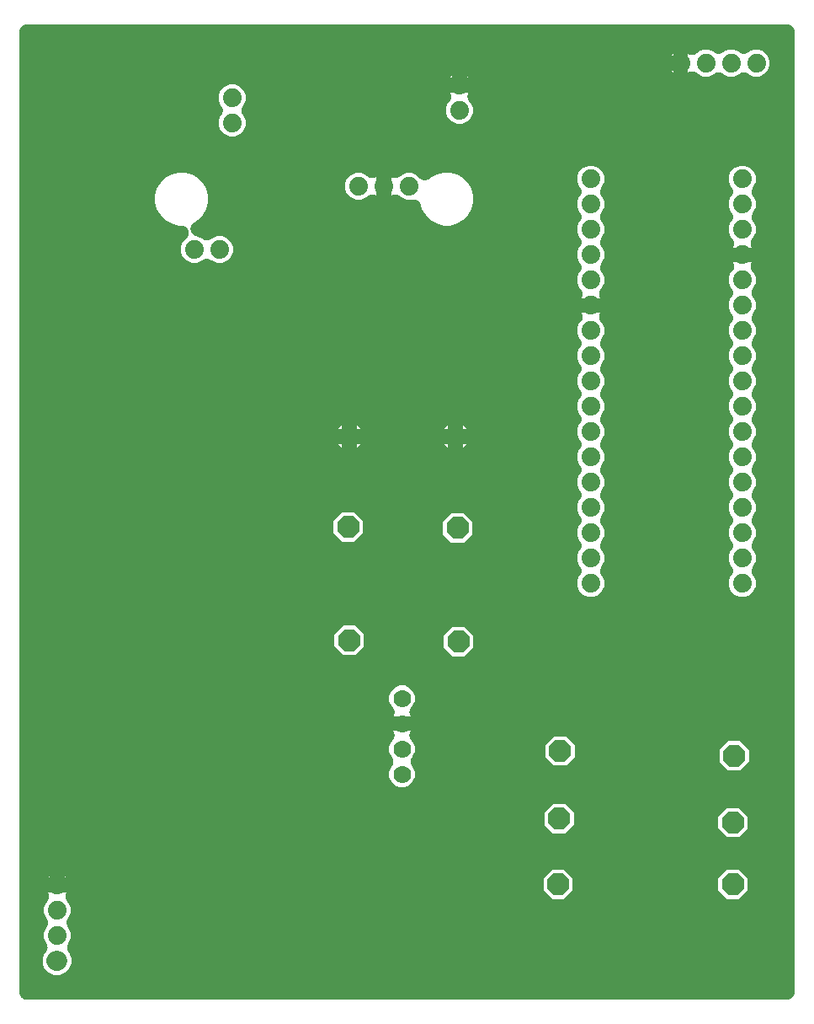
<source format=gbr>
G04 EAGLE Gerber RS-274X export*
G75*
%MOMM*%
%FSLAX34Y34*%
%LPD*%
%INBottom Copper*%
%IPPOS*%
%AMOC8*
5,1,8,0,0,1.08239X$1,22.5*%
G01*
%ADD10C,1.879600*%
%ADD11C,1.778000*%
%ADD12P,2.336880X8X22.500000*%
%ADD13C,2.000000*%

G36*
X782647Y10177D02*
X782647Y10177D01*
X782954Y10186D01*
X783033Y10197D01*
X783113Y10201D01*
X783416Y10248D01*
X783721Y10289D01*
X783799Y10308D01*
X783878Y10320D01*
X784175Y10398D01*
X784474Y10471D01*
X784550Y10498D01*
X784627Y10518D01*
X784913Y10626D01*
X785204Y10729D01*
X785276Y10764D01*
X785351Y10792D01*
X785625Y10929D01*
X785903Y11061D01*
X785972Y11103D01*
X786043Y11139D01*
X786302Y11304D01*
X786565Y11464D01*
X786628Y11512D01*
X786696Y11556D01*
X786936Y11746D01*
X787181Y11933D01*
X787240Y11987D01*
X787302Y12037D01*
X787522Y12252D01*
X787746Y12462D01*
X787798Y12523D01*
X787856Y12579D01*
X788052Y12816D01*
X788253Y13047D01*
X788299Y13113D01*
X788350Y13175D01*
X788521Y13430D01*
X788697Y13682D01*
X788736Y13752D01*
X788781Y13818D01*
X788924Y14090D01*
X789073Y14358D01*
X789105Y14432D01*
X789142Y14503D01*
X789257Y14788D01*
X789378Y15070D01*
X789402Y15147D01*
X789432Y15221D01*
X789516Y15516D01*
X789607Y15810D01*
X789623Y15888D01*
X789645Y15965D01*
X789699Y16267D01*
X789759Y16569D01*
X789764Y16633D01*
X789781Y16728D01*
X789838Y17500D01*
X789835Y17596D01*
X789839Y17660D01*
X789839Y982340D01*
X789823Y982647D01*
X789814Y982954D01*
X789803Y983033D01*
X789799Y983113D01*
X789752Y983416D01*
X789711Y983721D01*
X789692Y983799D01*
X789680Y983878D01*
X789602Y984175D01*
X789529Y984474D01*
X789502Y984550D01*
X789482Y984627D01*
X789374Y984913D01*
X789271Y985204D01*
X789236Y985276D01*
X789208Y985351D01*
X789071Y985625D01*
X788939Y985903D01*
X788897Y985972D01*
X788861Y986043D01*
X788696Y986302D01*
X788536Y986565D01*
X788488Y986628D01*
X788444Y986696D01*
X788254Y986936D01*
X788067Y987181D01*
X788013Y987240D01*
X787963Y987302D01*
X787748Y987522D01*
X787538Y987746D01*
X787477Y987798D01*
X787421Y987856D01*
X787184Y988052D01*
X786953Y988253D01*
X786887Y988299D01*
X786825Y988350D01*
X786570Y988521D01*
X786318Y988697D01*
X786248Y988736D01*
X786182Y988781D01*
X785910Y988924D01*
X785642Y989073D01*
X785568Y989105D01*
X785497Y989142D01*
X785212Y989257D01*
X784930Y989378D01*
X784853Y989402D01*
X784779Y989432D01*
X784484Y989516D01*
X784190Y989607D01*
X784112Y989623D01*
X784035Y989645D01*
X783733Y989699D01*
X783431Y989759D01*
X783367Y989764D01*
X783272Y989781D01*
X782500Y989838D01*
X782404Y989835D01*
X782340Y989839D01*
X17660Y989839D01*
X17353Y989823D01*
X17046Y989814D01*
X16967Y989803D01*
X16887Y989799D01*
X16584Y989752D01*
X16279Y989711D01*
X16201Y989692D01*
X16122Y989680D01*
X15825Y989602D01*
X15526Y989529D01*
X15450Y989502D01*
X15373Y989482D01*
X15087Y989374D01*
X14796Y989271D01*
X14724Y989236D01*
X14649Y989208D01*
X14375Y989071D01*
X14097Y988939D01*
X14028Y988897D01*
X13957Y988861D01*
X13698Y988696D01*
X13435Y988536D01*
X13372Y988488D01*
X13304Y988444D01*
X13064Y988254D01*
X12819Y988067D01*
X12760Y988013D01*
X12698Y987963D01*
X12478Y987748D01*
X12254Y987538D01*
X12202Y987477D01*
X12144Y987421D01*
X11948Y987184D01*
X11747Y986953D01*
X11701Y986887D01*
X11650Y986825D01*
X11479Y986570D01*
X11303Y986318D01*
X11264Y986248D01*
X11219Y986182D01*
X11076Y985910D01*
X10927Y985642D01*
X10895Y985568D01*
X10858Y985497D01*
X10743Y985212D01*
X10622Y984930D01*
X10598Y984853D01*
X10568Y984779D01*
X10484Y984484D01*
X10393Y984190D01*
X10377Y984112D01*
X10355Y984035D01*
X10301Y983733D01*
X10241Y983431D01*
X10236Y983367D01*
X10219Y983272D01*
X10162Y982500D01*
X10165Y982404D01*
X10161Y982340D01*
X10161Y17660D01*
X10177Y17353D01*
X10186Y17046D01*
X10197Y16967D01*
X10201Y16887D01*
X10248Y16584D01*
X10289Y16279D01*
X10308Y16201D01*
X10320Y16122D01*
X10398Y15825D01*
X10471Y15526D01*
X10498Y15450D01*
X10518Y15373D01*
X10626Y15087D01*
X10729Y14796D01*
X10764Y14724D01*
X10792Y14649D01*
X10929Y14375D01*
X11061Y14097D01*
X11103Y14028D01*
X11139Y13957D01*
X11304Y13698D01*
X11464Y13435D01*
X11512Y13372D01*
X11556Y13304D01*
X11746Y13064D01*
X11933Y12819D01*
X11987Y12760D01*
X12037Y12698D01*
X12252Y12478D01*
X12462Y12254D01*
X12523Y12202D01*
X12579Y12144D01*
X12816Y11948D01*
X13047Y11747D01*
X13113Y11701D01*
X13175Y11650D01*
X13430Y11479D01*
X13682Y11303D01*
X13752Y11264D01*
X13818Y11219D01*
X14090Y11076D01*
X14358Y10927D01*
X14432Y10895D01*
X14503Y10858D01*
X14788Y10743D01*
X15070Y10622D01*
X15147Y10598D01*
X15221Y10568D01*
X15516Y10484D01*
X15810Y10393D01*
X15888Y10377D01*
X15965Y10355D01*
X16267Y10301D01*
X16569Y10241D01*
X16633Y10236D01*
X16728Y10219D01*
X17500Y10162D01*
X17596Y10165D01*
X17660Y10161D01*
X782340Y10161D01*
X782647Y10177D01*
G37*
%LPC*%
G36*
X734635Y414701D02*
X734635Y414701D01*
X729710Y416741D01*
X725941Y420510D01*
X723901Y425435D01*
X723901Y430765D01*
X725957Y435728D01*
X726165Y435949D01*
X726213Y436013D01*
X726267Y436072D01*
X726448Y436320D01*
X726635Y436565D01*
X726676Y436633D01*
X726723Y436698D01*
X726878Y436963D01*
X727038Y437225D01*
X727073Y437298D01*
X727113Y437367D01*
X727239Y437647D01*
X727372Y437924D01*
X727399Y438000D01*
X727431Y438073D01*
X727528Y438364D01*
X727631Y438654D01*
X727650Y438731D01*
X727675Y438807D01*
X727742Y439107D01*
X727814Y439406D01*
X727825Y439486D01*
X727842Y439563D01*
X727877Y439869D01*
X727919Y440173D01*
X727921Y440253D01*
X727930Y440333D01*
X727934Y440640D01*
X727944Y440947D01*
X727938Y441027D01*
X727939Y441107D01*
X727910Y441413D01*
X727888Y441719D01*
X727875Y441798D01*
X727867Y441878D01*
X727807Y442180D01*
X727754Y442482D01*
X727732Y442559D01*
X727716Y442637D01*
X727626Y442931D01*
X727542Y443227D01*
X727512Y443301D01*
X727488Y443377D01*
X727368Y443660D01*
X727254Y443945D01*
X727216Y444016D01*
X727185Y444090D01*
X727036Y444359D01*
X726893Y444630D01*
X726849Y444697D01*
X726810Y444767D01*
X726634Y445020D01*
X726464Y445275D01*
X726422Y445323D01*
X726367Y445402D01*
X725953Y445881D01*
X723901Y450835D01*
X723901Y456165D01*
X725957Y461128D01*
X726165Y461349D01*
X726213Y461413D01*
X726267Y461472D01*
X726448Y461720D01*
X726635Y461965D01*
X726676Y462033D01*
X726723Y462098D01*
X726878Y462363D01*
X727038Y462625D01*
X727073Y462698D01*
X727113Y462767D01*
X727239Y463047D01*
X727372Y463324D01*
X727399Y463400D01*
X727431Y463473D01*
X727528Y463764D01*
X727631Y464054D01*
X727650Y464131D01*
X727675Y464207D01*
X727742Y464507D01*
X727814Y464806D01*
X727825Y464886D01*
X727842Y464963D01*
X727877Y465268D01*
X727919Y465573D01*
X727921Y465653D01*
X727930Y465733D01*
X727934Y466040D01*
X727944Y466347D01*
X727938Y466427D01*
X727939Y466507D01*
X727910Y466813D01*
X727888Y467119D01*
X727875Y467198D01*
X727867Y467278D01*
X727807Y467580D01*
X727754Y467882D01*
X727732Y467959D01*
X727716Y468037D01*
X727626Y468331D01*
X727542Y468627D01*
X727512Y468701D01*
X727488Y468777D01*
X727368Y469060D01*
X727254Y469345D01*
X727216Y469416D01*
X727185Y469490D01*
X727036Y469759D01*
X726893Y470030D01*
X726849Y470097D01*
X726810Y470167D01*
X726634Y470420D01*
X726464Y470675D01*
X726422Y470723D01*
X726367Y470802D01*
X725953Y471281D01*
X723901Y476235D01*
X723901Y481565D01*
X725957Y486528D01*
X726165Y486749D01*
X726213Y486813D01*
X726267Y486872D01*
X726448Y487120D01*
X726635Y487365D01*
X726676Y487433D01*
X726723Y487498D01*
X726878Y487763D01*
X727038Y488025D01*
X727073Y488098D01*
X727113Y488167D01*
X727239Y488447D01*
X727372Y488724D01*
X727399Y488800D01*
X727431Y488873D01*
X727528Y489164D01*
X727631Y489454D01*
X727650Y489531D01*
X727675Y489607D01*
X727742Y489907D01*
X727814Y490206D01*
X727825Y490286D01*
X727842Y490363D01*
X727877Y490669D01*
X727919Y490973D01*
X727921Y491053D01*
X727930Y491133D01*
X727934Y491440D01*
X727944Y491747D01*
X727938Y491827D01*
X727939Y491907D01*
X727910Y492213D01*
X727888Y492519D01*
X727875Y492598D01*
X727867Y492678D01*
X727807Y492980D01*
X727754Y493282D01*
X727732Y493359D01*
X727716Y493437D01*
X727626Y493731D01*
X727542Y494027D01*
X727512Y494101D01*
X727488Y494177D01*
X727368Y494460D01*
X727254Y494745D01*
X727216Y494816D01*
X727185Y494890D01*
X727036Y495159D01*
X726893Y495430D01*
X726849Y495497D01*
X726810Y495567D01*
X726634Y495820D01*
X726464Y496075D01*
X726422Y496123D01*
X726367Y496202D01*
X725953Y496681D01*
X723901Y501635D01*
X723901Y506965D01*
X725957Y511928D01*
X726165Y512149D01*
X726213Y512213D01*
X726267Y512272D01*
X726448Y512520D01*
X726635Y512765D01*
X726676Y512833D01*
X726723Y512898D01*
X726878Y513163D01*
X727038Y513425D01*
X727073Y513498D01*
X727113Y513567D01*
X727239Y513847D01*
X727372Y514124D01*
X727399Y514200D01*
X727431Y514273D01*
X727528Y514564D01*
X727631Y514854D01*
X727650Y514931D01*
X727675Y515007D01*
X727742Y515307D01*
X727814Y515606D01*
X727825Y515686D01*
X727842Y515763D01*
X727877Y516069D01*
X727919Y516373D01*
X727921Y516453D01*
X727930Y516533D01*
X727934Y516840D01*
X727944Y517147D01*
X727938Y517227D01*
X727939Y517307D01*
X727910Y517613D01*
X727888Y517919D01*
X727875Y517998D01*
X727867Y518078D01*
X727807Y518380D01*
X727754Y518682D01*
X727732Y518759D01*
X727716Y518837D01*
X727626Y519131D01*
X727542Y519427D01*
X727512Y519501D01*
X727488Y519577D01*
X727368Y519860D01*
X727254Y520145D01*
X727216Y520216D01*
X727185Y520290D01*
X727036Y520559D01*
X726893Y520830D01*
X726849Y520897D01*
X726810Y520967D01*
X726634Y521220D01*
X726464Y521475D01*
X726422Y521523D01*
X726367Y521602D01*
X725953Y522081D01*
X723901Y527035D01*
X723901Y532365D01*
X725957Y537328D01*
X726165Y537549D01*
X726213Y537613D01*
X726267Y537672D01*
X726448Y537920D01*
X726635Y538165D01*
X726676Y538233D01*
X726723Y538298D01*
X726878Y538563D01*
X727038Y538825D01*
X727073Y538898D01*
X727113Y538967D01*
X727239Y539247D01*
X727372Y539524D01*
X727399Y539600D01*
X727431Y539673D01*
X727528Y539964D01*
X727631Y540254D01*
X727650Y540331D01*
X727675Y540407D01*
X727742Y540707D01*
X727814Y541006D01*
X727825Y541086D01*
X727842Y541163D01*
X727877Y541469D01*
X727919Y541773D01*
X727921Y541853D01*
X727930Y541933D01*
X727934Y542240D01*
X727944Y542547D01*
X727938Y542627D01*
X727939Y542707D01*
X727910Y543013D01*
X727888Y543319D01*
X727875Y543398D01*
X727867Y543478D01*
X727807Y543780D01*
X727754Y544082D01*
X727732Y544159D01*
X727716Y544237D01*
X727626Y544531D01*
X727542Y544827D01*
X727512Y544901D01*
X727488Y544977D01*
X727368Y545260D01*
X727254Y545545D01*
X727216Y545616D01*
X727185Y545690D01*
X727036Y545959D01*
X726893Y546230D01*
X726849Y546297D01*
X726810Y546367D01*
X726634Y546620D01*
X726464Y546875D01*
X726422Y546923D01*
X726367Y547002D01*
X725953Y547481D01*
X723901Y552435D01*
X723901Y557765D01*
X725957Y562728D01*
X726165Y562949D01*
X726213Y563013D01*
X726267Y563072D01*
X726448Y563320D01*
X726635Y563565D01*
X726676Y563633D01*
X726723Y563698D01*
X726878Y563963D01*
X727038Y564225D01*
X727073Y564298D01*
X727113Y564367D01*
X727239Y564647D01*
X727372Y564924D01*
X727399Y565000D01*
X727431Y565073D01*
X727528Y565364D01*
X727631Y565654D01*
X727650Y565731D01*
X727675Y565807D01*
X727742Y566107D01*
X727814Y566406D01*
X727825Y566486D01*
X727842Y566563D01*
X727877Y566869D01*
X727919Y567173D01*
X727921Y567253D01*
X727930Y567333D01*
X727934Y567640D01*
X727944Y567947D01*
X727938Y568027D01*
X727939Y568107D01*
X727910Y568413D01*
X727888Y568719D01*
X727875Y568798D01*
X727867Y568878D01*
X727807Y569180D01*
X727754Y569482D01*
X727732Y569559D01*
X727716Y569637D01*
X727626Y569931D01*
X727542Y570227D01*
X727512Y570301D01*
X727488Y570377D01*
X727368Y570660D01*
X727254Y570945D01*
X727216Y571016D01*
X727185Y571090D01*
X727036Y571359D01*
X726893Y571630D01*
X726849Y571697D01*
X726810Y571767D01*
X726634Y572020D01*
X726464Y572275D01*
X726422Y572323D01*
X726367Y572402D01*
X725953Y572881D01*
X723901Y577835D01*
X723901Y583165D01*
X725957Y588128D01*
X726165Y588349D01*
X726213Y588413D01*
X726267Y588472D01*
X726448Y588720D01*
X726635Y588965D01*
X726676Y589033D01*
X726723Y589098D01*
X726878Y589363D01*
X727038Y589625D01*
X727073Y589698D01*
X727113Y589767D01*
X727239Y590047D01*
X727372Y590324D01*
X727399Y590400D01*
X727431Y590473D01*
X727528Y590764D01*
X727631Y591054D01*
X727650Y591131D01*
X727675Y591207D01*
X727742Y591507D01*
X727814Y591806D01*
X727825Y591886D01*
X727842Y591963D01*
X727877Y592269D01*
X727919Y592573D01*
X727921Y592653D01*
X727930Y592733D01*
X727934Y593040D01*
X727944Y593347D01*
X727938Y593427D01*
X727939Y593507D01*
X727910Y593813D01*
X727888Y594119D01*
X727875Y594198D01*
X727867Y594278D01*
X727807Y594580D01*
X727754Y594882D01*
X727732Y594959D01*
X727716Y595037D01*
X727626Y595331D01*
X727542Y595627D01*
X727512Y595701D01*
X727488Y595777D01*
X727368Y596060D01*
X727254Y596345D01*
X727216Y596416D01*
X727185Y596490D01*
X727036Y596759D01*
X726893Y597030D01*
X726849Y597097D01*
X726810Y597167D01*
X726634Y597420D01*
X726464Y597675D01*
X726422Y597723D01*
X726367Y597802D01*
X725953Y598281D01*
X723901Y603235D01*
X723901Y608565D01*
X725957Y613528D01*
X726165Y613749D01*
X726213Y613813D01*
X726267Y613872D01*
X726448Y614120D01*
X726635Y614365D01*
X726676Y614433D01*
X726723Y614498D01*
X726878Y614763D01*
X727038Y615025D01*
X727073Y615098D01*
X727113Y615167D01*
X727239Y615447D01*
X727372Y615724D01*
X727399Y615800D01*
X727431Y615873D01*
X727528Y616164D01*
X727631Y616454D01*
X727650Y616531D01*
X727675Y616607D01*
X727742Y616907D01*
X727814Y617206D01*
X727825Y617286D01*
X727842Y617363D01*
X727877Y617669D01*
X727919Y617973D01*
X727921Y618053D01*
X727930Y618133D01*
X727934Y618440D01*
X727944Y618747D01*
X727938Y618827D01*
X727939Y618907D01*
X727910Y619213D01*
X727888Y619519D01*
X727875Y619598D01*
X727867Y619678D01*
X727807Y619980D01*
X727754Y620282D01*
X727732Y620359D01*
X727716Y620437D01*
X727626Y620731D01*
X727542Y621027D01*
X727512Y621101D01*
X727488Y621177D01*
X727368Y621460D01*
X727254Y621745D01*
X727216Y621816D01*
X727185Y621890D01*
X727036Y622159D01*
X726893Y622430D01*
X726849Y622497D01*
X726810Y622567D01*
X726634Y622820D01*
X726464Y623075D01*
X726422Y623123D01*
X726367Y623202D01*
X725953Y623681D01*
X723901Y628635D01*
X723901Y633965D01*
X725957Y638928D01*
X726165Y639149D01*
X726213Y639213D01*
X726267Y639272D01*
X726448Y639520D01*
X726635Y639765D01*
X726676Y639833D01*
X726723Y639898D01*
X726878Y640163D01*
X727038Y640425D01*
X727073Y640498D01*
X727113Y640567D01*
X727239Y640847D01*
X727372Y641124D01*
X727399Y641200D01*
X727431Y641273D01*
X727528Y641564D01*
X727631Y641854D01*
X727650Y641931D01*
X727675Y642007D01*
X727742Y642307D01*
X727814Y642606D01*
X727825Y642686D01*
X727842Y642763D01*
X727877Y643069D01*
X727919Y643373D01*
X727921Y643453D01*
X727930Y643533D01*
X727934Y643840D01*
X727944Y644147D01*
X727938Y644227D01*
X727939Y644307D01*
X727910Y644613D01*
X727888Y644919D01*
X727875Y644998D01*
X727867Y645078D01*
X727807Y645380D01*
X727754Y645682D01*
X727732Y645759D01*
X727716Y645837D01*
X727626Y646131D01*
X727542Y646427D01*
X727512Y646501D01*
X727488Y646577D01*
X727368Y646860D01*
X727254Y647145D01*
X727216Y647216D01*
X727185Y647290D01*
X727036Y647559D01*
X726893Y647830D01*
X726849Y647897D01*
X726810Y647967D01*
X726634Y648220D01*
X726464Y648475D01*
X726422Y648523D01*
X726367Y648602D01*
X725953Y649081D01*
X723901Y654035D01*
X723901Y659365D01*
X725957Y664328D01*
X726165Y664549D01*
X726213Y664613D01*
X726267Y664672D01*
X726448Y664920D01*
X726635Y665165D01*
X726676Y665233D01*
X726723Y665298D01*
X726878Y665563D01*
X727038Y665825D01*
X727073Y665898D01*
X727113Y665967D01*
X727239Y666247D01*
X727372Y666524D01*
X727399Y666600D01*
X727431Y666673D01*
X727528Y666964D01*
X727631Y667254D01*
X727650Y667331D01*
X727675Y667407D01*
X727742Y667707D01*
X727814Y668006D01*
X727825Y668086D01*
X727842Y668163D01*
X727877Y668469D01*
X727919Y668773D01*
X727921Y668853D01*
X727930Y668933D01*
X727934Y669240D01*
X727944Y669547D01*
X727938Y669627D01*
X727939Y669707D01*
X727910Y670013D01*
X727888Y670319D01*
X727875Y670398D01*
X727867Y670478D01*
X727807Y670780D01*
X727754Y671082D01*
X727732Y671159D01*
X727716Y671237D01*
X727626Y671531D01*
X727542Y671827D01*
X727512Y671901D01*
X727488Y671977D01*
X727368Y672260D01*
X727254Y672545D01*
X727216Y672616D01*
X727185Y672690D01*
X727036Y672959D01*
X726893Y673230D01*
X726849Y673297D01*
X726810Y673367D01*
X726634Y673620D01*
X726464Y673875D01*
X726422Y673923D01*
X726367Y674002D01*
X725953Y674481D01*
X723901Y679435D01*
X723901Y684765D01*
X725957Y689728D01*
X726165Y689949D01*
X726213Y690013D01*
X726267Y690072D01*
X726448Y690320D01*
X726635Y690565D01*
X726676Y690633D01*
X726723Y690698D01*
X726878Y690963D01*
X727038Y691225D01*
X727073Y691298D01*
X727113Y691367D01*
X727239Y691647D01*
X727372Y691924D01*
X727399Y692000D01*
X727431Y692073D01*
X727528Y692364D01*
X727631Y692654D01*
X727650Y692731D01*
X727675Y692807D01*
X727742Y693107D01*
X727814Y693406D01*
X727825Y693486D01*
X727842Y693563D01*
X727877Y693869D01*
X727919Y694173D01*
X727921Y694253D01*
X727930Y694333D01*
X727934Y694640D01*
X727944Y694947D01*
X727938Y695027D01*
X727939Y695107D01*
X727910Y695413D01*
X727888Y695719D01*
X727875Y695798D01*
X727867Y695878D01*
X727807Y696180D01*
X727754Y696482D01*
X727732Y696559D01*
X727716Y696637D01*
X727626Y696931D01*
X727542Y697227D01*
X727512Y697301D01*
X727488Y697377D01*
X727368Y697660D01*
X727254Y697945D01*
X727216Y698016D01*
X727185Y698090D01*
X727036Y698359D01*
X726893Y698630D01*
X726849Y698697D01*
X726810Y698767D01*
X726634Y699020D01*
X726464Y699275D01*
X726422Y699323D01*
X726367Y699402D01*
X725953Y699881D01*
X723901Y704835D01*
X723901Y710165D01*
X725957Y715128D01*
X726165Y715349D01*
X726213Y715413D01*
X726267Y715472D01*
X726448Y715720D01*
X726635Y715965D01*
X726676Y716033D01*
X726723Y716098D01*
X726878Y716363D01*
X727038Y716625D01*
X727073Y716698D01*
X727113Y716767D01*
X727239Y717046D01*
X727243Y717055D01*
X727372Y717324D01*
X727399Y717400D01*
X727431Y717473D01*
X727528Y717764D01*
X727631Y718054D01*
X727650Y718131D01*
X727675Y718207D01*
X727742Y718507D01*
X727814Y718806D01*
X727825Y718886D01*
X727842Y718963D01*
X727877Y719269D01*
X727919Y719573D01*
X727921Y719653D01*
X727930Y719733D01*
X727934Y720040D01*
X727944Y720347D01*
X727938Y720427D01*
X727939Y720507D01*
X727910Y720813D01*
X727888Y721119D01*
X727875Y721198D01*
X727867Y721278D01*
X727807Y721580D01*
X727754Y721882D01*
X727732Y721959D01*
X727716Y722037D01*
X727626Y722331D01*
X727542Y722627D01*
X727512Y722701D01*
X727488Y722777D01*
X727368Y723060D01*
X727254Y723345D01*
X727216Y723416D01*
X727185Y723490D01*
X727036Y723759D01*
X726893Y724030D01*
X726849Y724097D01*
X726810Y724167D01*
X726634Y724420D01*
X726464Y724675D01*
X726422Y724723D01*
X726367Y724802D01*
X725953Y725281D01*
X723901Y730235D01*
X723901Y735565D01*
X725941Y740490D01*
X726936Y741484D01*
X727072Y741636D01*
X727216Y741780D01*
X727331Y741923D01*
X727454Y742060D01*
X727574Y742224D01*
X727703Y742383D01*
X727803Y742537D01*
X727911Y742685D01*
X728013Y742861D01*
X728124Y743032D01*
X728208Y743196D01*
X728300Y743354D01*
X728384Y743540D01*
X728477Y743721D01*
X728543Y743892D01*
X728619Y744060D01*
X728683Y744253D01*
X728757Y744443D01*
X728805Y744621D01*
X728863Y744795D01*
X728907Y744994D01*
X728960Y745190D01*
X728990Y745372D01*
X729030Y745551D01*
X729053Y745753D01*
X729086Y745955D01*
X729097Y746138D01*
X729118Y746320D01*
X729120Y746524D01*
X729132Y746727D01*
X729124Y746911D01*
X729126Y747094D01*
X729107Y747297D01*
X729098Y747501D01*
X729071Y747683D01*
X729054Y747865D01*
X729015Y748065D01*
X728985Y748267D01*
X728939Y748445D01*
X728904Y748625D01*
X728844Y748820D01*
X728793Y749017D01*
X728729Y749190D01*
X728675Y749365D01*
X728596Y749552D01*
X728525Y749744D01*
X728444Y749908D01*
X728372Y750077D01*
X728273Y750256D01*
X728183Y750438D01*
X728111Y750548D01*
X727997Y750755D01*
X727965Y750801D01*
X737300Y750801D01*
X746638Y750801D01*
X746578Y750715D01*
X746481Y750536D01*
X746375Y750362D01*
X746295Y750196D01*
X746208Y750035D01*
X746129Y749847D01*
X746041Y749663D01*
X745980Y749490D01*
X745909Y749321D01*
X745850Y749126D01*
X745781Y748934D01*
X745738Y748755D01*
X745685Y748579D01*
X745647Y748379D01*
X745598Y748181D01*
X745574Y747999D01*
X745539Y747819D01*
X745521Y747616D01*
X745494Y747414D01*
X745488Y747231D01*
X745472Y747048D01*
X745476Y746844D01*
X745469Y746640D01*
X745482Y746457D01*
X745485Y746273D01*
X745510Y746071D01*
X745524Y745868D01*
X745556Y745687D01*
X745578Y745505D01*
X745623Y745306D01*
X745659Y745105D01*
X745709Y744929D01*
X745750Y744750D01*
X745815Y744557D01*
X745871Y744361D01*
X745939Y744190D01*
X745998Y744016D01*
X746083Y743831D01*
X746159Y743642D01*
X746245Y743480D01*
X746321Y743313D01*
X746425Y743137D01*
X746520Y742957D01*
X746622Y742804D01*
X746715Y742646D01*
X746836Y742482D01*
X746949Y742312D01*
X747035Y742213D01*
X747175Y742023D01*
X747610Y741547D01*
X747664Y741484D01*
X748659Y740490D01*
X750699Y735565D01*
X750699Y730235D01*
X748643Y725272D01*
X748435Y725051D01*
X748387Y724987D01*
X748333Y724928D01*
X748152Y724680D01*
X747965Y724435D01*
X747924Y724367D01*
X747876Y724302D01*
X747722Y724037D01*
X747562Y723775D01*
X747527Y723702D01*
X747487Y723633D01*
X747361Y723353D01*
X747228Y723076D01*
X747201Y723000D01*
X747168Y722927D01*
X747116Y722768D01*
X747071Y722635D01*
X746969Y722346D01*
X746950Y722269D01*
X746924Y722192D01*
X746858Y721892D01*
X746786Y721594D01*
X746775Y721515D01*
X746758Y721436D01*
X746723Y721131D01*
X746681Y720827D01*
X746679Y720746D01*
X746670Y720667D01*
X746666Y720360D01*
X746656Y720053D01*
X746662Y719973D01*
X746661Y719893D01*
X746690Y719587D01*
X746712Y719280D01*
X746725Y719202D01*
X746733Y719122D01*
X746793Y718820D01*
X746846Y718518D01*
X746868Y718441D01*
X746884Y718362D01*
X746974Y718068D01*
X747058Y717773D01*
X747088Y717699D01*
X747112Y717622D01*
X747232Y717340D01*
X747346Y717055D01*
X747384Y716984D01*
X747415Y716910D01*
X747564Y716641D01*
X747707Y716369D01*
X747751Y716303D01*
X747790Y716233D01*
X747966Y715981D01*
X748136Y715725D01*
X748178Y715677D01*
X748233Y715598D01*
X748647Y715119D01*
X750699Y710165D01*
X750699Y704835D01*
X748643Y699872D01*
X748435Y699651D01*
X748387Y699587D01*
X748333Y699528D01*
X748152Y699280D01*
X747965Y699035D01*
X747924Y698967D01*
X747876Y698902D01*
X747722Y698637D01*
X747562Y698375D01*
X747527Y698302D01*
X747487Y698233D01*
X747361Y697953D01*
X747228Y697676D01*
X747201Y697600D01*
X747168Y697527D01*
X747072Y697235D01*
X746969Y696946D01*
X746950Y696869D01*
X746924Y696792D01*
X746858Y696492D01*
X746786Y696194D01*
X746775Y696115D01*
X746758Y696036D01*
X746723Y695731D01*
X746681Y695427D01*
X746679Y695346D01*
X746670Y695267D01*
X746666Y694960D01*
X746656Y694653D01*
X746662Y694573D01*
X746661Y694493D01*
X746690Y694187D01*
X746712Y693880D01*
X746725Y693802D01*
X746733Y693722D01*
X746793Y693420D01*
X746846Y693118D01*
X746868Y693041D01*
X746884Y692962D01*
X746974Y692668D01*
X747058Y692373D01*
X747088Y692299D01*
X747112Y692222D01*
X747232Y691940D01*
X747346Y691655D01*
X747384Y691584D01*
X747415Y691510D01*
X747564Y691241D01*
X747707Y690969D01*
X747751Y690903D01*
X747790Y690833D01*
X747966Y690581D01*
X748136Y690325D01*
X748178Y690277D01*
X748233Y690198D01*
X748647Y689719D01*
X750699Y684765D01*
X750699Y679435D01*
X748643Y674472D01*
X748435Y674251D01*
X748387Y674187D01*
X748333Y674128D01*
X748152Y673880D01*
X747965Y673635D01*
X747924Y673567D01*
X747876Y673502D01*
X747722Y673237D01*
X747562Y672975D01*
X747527Y672902D01*
X747487Y672833D01*
X747361Y672553D01*
X747228Y672276D01*
X747201Y672200D01*
X747168Y672127D01*
X747072Y671835D01*
X746969Y671546D01*
X746950Y671469D01*
X746924Y671392D01*
X746858Y671092D01*
X746786Y670794D01*
X746775Y670715D01*
X746758Y670636D01*
X746723Y670331D01*
X746681Y670027D01*
X746679Y669946D01*
X746670Y669867D01*
X746666Y669560D01*
X746656Y669253D01*
X746662Y669173D01*
X746661Y669093D01*
X746690Y668787D01*
X746712Y668480D01*
X746725Y668402D01*
X746733Y668322D01*
X746793Y668020D01*
X746846Y667718D01*
X746868Y667641D01*
X746884Y667562D01*
X746974Y667268D01*
X747058Y666973D01*
X747088Y666899D01*
X747112Y666822D01*
X747232Y666540D01*
X747346Y666255D01*
X747384Y666184D01*
X747415Y666110D01*
X747564Y665841D01*
X747707Y665569D01*
X747751Y665503D01*
X747790Y665433D01*
X747966Y665181D01*
X748136Y664925D01*
X748178Y664877D01*
X748233Y664798D01*
X748647Y664319D01*
X750699Y659365D01*
X750699Y654035D01*
X748643Y649072D01*
X748435Y648851D01*
X748387Y648787D01*
X748333Y648728D01*
X748152Y648480D01*
X747965Y648235D01*
X747924Y648167D01*
X747876Y648102D01*
X747722Y647837D01*
X747562Y647575D01*
X747527Y647502D01*
X747487Y647433D01*
X747361Y647153D01*
X747228Y646876D01*
X747201Y646800D01*
X747168Y646727D01*
X747072Y646435D01*
X746969Y646146D01*
X746950Y646069D01*
X746924Y645992D01*
X746858Y645692D01*
X746786Y645394D01*
X746775Y645315D01*
X746758Y645236D01*
X746723Y644931D01*
X746681Y644627D01*
X746679Y644546D01*
X746670Y644467D01*
X746666Y644160D01*
X746656Y643853D01*
X746662Y643773D01*
X746661Y643693D01*
X746690Y643387D01*
X746712Y643080D01*
X746725Y643002D01*
X746733Y642922D01*
X746793Y642620D01*
X746846Y642318D01*
X746868Y642241D01*
X746884Y642162D01*
X746974Y641868D01*
X747058Y641573D01*
X747088Y641499D01*
X747112Y641422D01*
X747232Y641140D01*
X747346Y640855D01*
X747384Y640784D01*
X747415Y640710D01*
X747564Y640441D01*
X747707Y640169D01*
X747751Y640103D01*
X747790Y640033D01*
X747966Y639781D01*
X748136Y639525D01*
X748178Y639477D01*
X748233Y639398D01*
X748647Y638919D01*
X750699Y633965D01*
X750699Y628635D01*
X748643Y623672D01*
X748435Y623451D01*
X748387Y623387D01*
X748333Y623328D01*
X748152Y623080D01*
X747965Y622835D01*
X747924Y622767D01*
X747876Y622702D01*
X747722Y622437D01*
X747562Y622175D01*
X747527Y622102D01*
X747487Y622033D01*
X747361Y621753D01*
X747228Y621476D01*
X747201Y621400D01*
X747168Y621327D01*
X747072Y621035D01*
X746969Y620746D01*
X746950Y620669D01*
X746924Y620592D01*
X746858Y620292D01*
X746786Y619994D01*
X746775Y619915D01*
X746758Y619836D01*
X746723Y619531D01*
X746681Y619227D01*
X746679Y619146D01*
X746670Y619067D01*
X746666Y618760D01*
X746656Y618453D01*
X746662Y618373D01*
X746661Y618293D01*
X746690Y617987D01*
X746712Y617680D01*
X746725Y617602D01*
X746733Y617522D01*
X746793Y617220D01*
X746846Y616918D01*
X746868Y616841D01*
X746884Y616762D01*
X746974Y616468D01*
X747058Y616173D01*
X747088Y616099D01*
X747112Y616022D01*
X747232Y615740D01*
X747346Y615455D01*
X747384Y615384D01*
X747415Y615310D01*
X747564Y615041D01*
X747707Y614769D01*
X747751Y614703D01*
X747790Y614633D01*
X747966Y614381D01*
X748136Y614125D01*
X748178Y614077D01*
X748233Y613998D01*
X748647Y613519D01*
X750699Y608565D01*
X750699Y603235D01*
X748643Y598272D01*
X748435Y598051D01*
X748387Y597987D01*
X748333Y597928D01*
X748152Y597680D01*
X747965Y597435D01*
X747924Y597367D01*
X747876Y597302D01*
X747722Y597037D01*
X747562Y596775D01*
X747527Y596702D01*
X747487Y596633D01*
X747361Y596353D01*
X747228Y596076D01*
X747201Y596000D01*
X747168Y595927D01*
X747072Y595635D01*
X746969Y595346D01*
X746950Y595269D01*
X746924Y595192D01*
X746858Y594892D01*
X746786Y594594D01*
X746775Y594515D01*
X746758Y594436D01*
X746723Y594131D01*
X746681Y593827D01*
X746679Y593746D01*
X746670Y593667D01*
X746666Y593360D01*
X746656Y593053D01*
X746662Y592973D01*
X746661Y592893D01*
X746690Y592587D01*
X746712Y592280D01*
X746725Y592202D01*
X746733Y592122D01*
X746793Y591820D01*
X746846Y591518D01*
X746868Y591441D01*
X746884Y591362D01*
X746974Y591068D01*
X747058Y590773D01*
X747088Y590699D01*
X747112Y590622D01*
X747232Y590340D01*
X747346Y590055D01*
X747384Y589984D01*
X747415Y589910D01*
X747564Y589641D01*
X747707Y589369D01*
X747751Y589303D01*
X747790Y589233D01*
X747966Y588981D01*
X748136Y588725D01*
X748178Y588677D01*
X748233Y588598D01*
X748647Y588119D01*
X750699Y583165D01*
X750699Y577835D01*
X748643Y572872D01*
X748435Y572651D01*
X748387Y572587D01*
X748333Y572528D01*
X748152Y572280D01*
X747965Y572035D01*
X747924Y571967D01*
X747876Y571902D01*
X747722Y571637D01*
X747562Y571375D01*
X747527Y571302D01*
X747487Y571233D01*
X747361Y570953D01*
X747228Y570676D01*
X747201Y570600D01*
X747168Y570527D01*
X747072Y570235D01*
X746969Y569946D01*
X746950Y569869D01*
X746924Y569792D01*
X746858Y569492D01*
X746786Y569194D01*
X746775Y569115D01*
X746758Y569036D01*
X746723Y568731D01*
X746681Y568427D01*
X746679Y568346D01*
X746670Y568267D01*
X746666Y567960D01*
X746656Y567653D01*
X746662Y567573D01*
X746661Y567493D01*
X746690Y567187D01*
X746712Y566880D01*
X746725Y566802D01*
X746733Y566722D01*
X746793Y566420D01*
X746846Y566118D01*
X746868Y566041D01*
X746884Y565962D01*
X746974Y565668D01*
X747058Y565373D01*
X747088Y565299D01*
X747112Y565222D01*
X747232Y564940D01*
X747346Y564655D01*
X747384Y564584D01*
X747415Y564510D01*
X747564Y564241D01*
X747707Y563969D01*
X747751Y563903D01*
X747790Y563833D01*
X747966Y563581D01*
X748136Y563325D01*
X748178Y563277D01*
X748233Y563198D01*
X748647Y562719D01*
X750699Y557765D01*
X750699Y552435D01*
X748643Y547472D01*
X748435Y547251D01*
X748387Y547187D01*
X748333Y547128D01*
X748152Y546880D01*
X747965Y546635D01*
X747924Y546567D01*
X747876Y546502D01*
X747722Y546237D01*
X747562Y545975D01*
X747527Y545902D01*
X747487Y545833D01*
X747361Y545553D01*
X747228Y545276D01*
X747201Y545200D01*
X747168Y545127D01*
X747072Y544835D01*
X746969Y544546D01*
X746950Y544469D01*
X746924Y544392D01*
X746858Y544092D01*
X746786Y543794D01*
X746775Y543715D01*
X746758Y543636D01*
X746723Y543331D01*
X746681Y543027D01*
X746679Y542946D01*
X746670Y542867D01*
X746666Y542560D01*
X746656Y542253D01*
X746662Y542173D01*
X746661Y542093D01*
X746690Y541787D01*
X746712Y541480D01*
X746725Y541402D01*
X746733Y541322D01*
X746793Y541020D01*
X746846Y540718D01*
X746868Y540641D01*
X746884Y540562D01*
X746974Y540268D01*
X747058Y539973D01*
X747088Y539899D01*
X747112Y539822D01*
X747232Y539540D01*
X747346Y539255D01*
X747384Y539184D01*
X747415Y539110D01*
X747564Y538841D01*
X747707Y538569D01*
X747751Y538503D01*
X747790Y538433D01*
X747966Y538181D01*
X748136Y537925D01*
X748178Y537877D01*
X748233Y537798D01*
X748647Y537319D01*
X750699Y532365D01*
X750699Y527035D01*
X748643Y522072D01*
X748435Y521851D01*
X748387Y521787D01*
X748333Y521728D01*
X748152Y521480D01*
X747965Y521235D01*
X747924Y521167D01*
X747876Y521102D01*
X747722Y520837D01*
X747562Y520575D01*
X747527Y520502D01*
X747487Y520433D01*
X747361Y520153D01*
X747228Y519876D01*
X747201Y519800D01*
X747168Y519727D01*
X747072Y519435D01*
X746969Y519146D01*
X746950Y519069D01*
X746924Y518992D01*
X746858Y518692D01*
X746786Y518394D01*
X746775Y518315D01*
X746758Y518236D01*
X746723Y517931D01*
X746681Y517627D01*
X746679Y517546D01*
X746670Y517467D01*
X746666Y517160D01*
X746656Y516853D01*
X746662Y516773D01*
X746661Y516693D01*
X746690Y516387D01*
X746712Y516080D01*
X746725Y516002D01*
X746733Y515922D01*
X746793Y515620D01*
X746846Y515318D01*
X746868Y515241D01*
X746884Y515162D01*
X746974Y514868D01*
X747058Y514573D01*
X747088Y514499D01*
X747112Y514422D01*
X747232Y514140D01*
X747346Y513855D01*
X747384Y513784D01*
X747415Y513710D01*
X747564Y513441D01*
X747707Y513169D01*
X747751Y513103D01*
X747790Y513033D01*
X747966Y512781D01*
X748136Y512525D01*
X748178Y512477D01*
X748233Y512398D01*
X748647Y511919D01*
X750699Y506965D01*
X750699Y501635D01*
X748643Y496672D01*
X748435Y496451D01*
X748387Y496387D01*
X748333Y496328D01*
X748152Y496080D01*
X747965Y495835D01*
X747924Y495767D01*
X747876Y495702D01*
X747722Y495437D01*
X747562Y495175D01*
X747527Y495102D01*
X747487Y495033D01*
X747361Y494753D01*
X747228Y494476D01*
X747201Y494400D01*
X747168Y494327D01*
X747072Y494035D01*
X746969Y493746D01*
X746950Y493669D01*
X746924Y493592D01*
X746858Y493292D01*
X746786Y492994D01*
X746775Y492915D01*
X746758Y492836D01*
X746723Y492531D01*
X746681Y492227D01*
X746679Y492146D01*
X746670Y492067D01*
X746666Y491760D01*
X746656Y491453D01*
X746662Y491373D01*
X746661Y491293D01*
X746690Y490987D01*
X746712Y490680D01*
X746725Y490602D01*
X746733Y490522D01*
X746793Y490220D01*
X746846Y489918D01*
X746868Y489841D01*
X746884Y489762D01*
X746974Y489468D01*
X747058Y489173D01*
X747088Y489099D01*
X747112Y489022D01*
X747232Y488740D01*
X747346Y488455D01*
X747384Y488384D01*
X747415Y488310D01*
X747564Y488041D01*
X747707Y487769D01*
X747751Y487703D01*
X747790Y487633D01*
X747966Y487381D01*
X748136Y487125D01*
X748178Y487077D01*
X748233Y486998D01*
X748647Y486519D01*
X750699Y481565D01*
X750699Y476235D01*
X748643Y471272D01*
X748435Y471051D01*
X748387Y470987D01*
X748333Y470928D01*
X748152Y470680D01*
X747965Y470435D01*
X747924Y470367D01*
X747876Y470302D01*
X747722Y470037D01*
X747562Y469775D01*
X747527Y469702D01*
X747487Y469633D01*
X747361Y469353D01*
X747228Y469076D01*
X747201Y469000D01*
X747168Y468927D01*
X747072Y468635D01*
X746969Y468346D01*
X746950Y468269D01*
X746924Y468192D01*
X746858Y467892D01*
X746786Y467594D01*
X746775Y467515D01*
X746758Y467436D01*
X746723Y467131D01*
X746681Y466827D01*
X746679Y466746D01*
X746670Y466667D01*
X746666Y466360D01*
X746656Y466053D01*
X746662Y465973D01*
X746661Y465893D01*
X746690Y465587D01*
X746712Y465280D01*
X746725Y465202D01*
X746733Y465122D01*
X746793Y464820D01*
X746846Y464518D01*
X746868Y464441D01*
X746884Y464362D01*
X746974Y464068D01*
X747058Y463773D01*
X747088Y463699D01*
X747112Y463622D01*
X747232Y463340D01*
X747346Y463055D01*
X747384Y462984D01*
X747415Y462910D01*
X747564Y462641D01*
X747707Y462369D01*
X747751Y462303D01*
X747790Y462233D01*
X747966Y461981D01*
X748136Y461725D01*
X748178Y461677D01*
X748233Y461598D01*
X748647Y461119D01*
X750699Y456165D01*
X750699Y450835D01*
X748643Y445872D01*
X748435Y445651D01*
X748387Y445587D01*
X748333Y445528D01*
X748152Y445280D01*
X747965Y445035D01*
X747924Y444967D01*
X747876Y444902D01*
X747722Y444637D01*
X747562Y444375D01*
X747527Y444302D01*
X747487Y444233D01*
X747361Y443953D01*
X747228Y443676D01*
X747201Y443600D01*
X747168Y443527D01*
X747072Y443235D01*
X746969Y442946D01*
X746950Y442869D01*
X746924Y442792D01*
X746858Y442492D01*
X746786Y442194D01*
X746775Y442115D01*
X746758Y442036D01*
X746723Y441731D01*
X746681Y441427D01*
X746679Y441346D01*
X746670Y441267D01*
X746666Y440960D01*
X746656Y440653D01*
X746662Y440573D01*
X746661Y440493D01*
X746690Y440187D01*
X746712Y439880D01*
X746725Y439802D01*
X746733Y439722D01*
X746793Y439420D01*
X746846Y439118D01*
X746868Y439041D01*
X746884Y438962D01*
X746974Y438668D01*
X747058Y438373D01*
X747088Y438299D01*
X747112Y438222D01*
X747232Y437940D01*
X747346Y437655D01*
X747384Y437584D01*
X747415Y437510D01*
X747564Y437241D01*
X747707Y436969D01*
X747751Y436903D01*
X747790Y436833D01*
X747966Y436581D01*
X748136Y436325D01*
X748178Y436277D01*
X748233Y436198D01*
X748647Y435719D01*
X750699Y430765D01*
X750699Y425435D01*
X748659Y420510D01*
X744890Y416741D01*
X739965Y414701D01*
X734635Y414701D01*
G37*
%LPD*%
%LPC*%
G36*
X582235Y414701D02*
X582235Y414701D01*
X577310Y416741D01*
X573541Y420510D01*
X571501Y425435D01*
X571501Y430765D01*
X573557Y435728D01*
X573765Y435949D01*
X573813Y436013D01*
X573867Y436072D01*
X574048Y436320D01*
X574235Y436565D01*
X574276Y436633D01*
X574324Y436698D01*
X574478Y436963D01*
X574638Y437225D01*
X574673Y437298D01*
X574713Y437367D01*
X574839Y437647D01*
X574972Y437924D01*
X574999Y438000D01*
X575032Y438073D01*
X575128Y438365D01*
X575231Y438654D01*
X575250Y438731D01*
X575276Y438808D01*
X575342Y439108D01*
X575414Y439406D01*
X575425Y439485D01*
X575442Y439564D01*
X575477Y439869D01*
X575519Y440173D01*
X575521Y440254D01*
X575530Y440333D01*
X575534Y440640D01*
X575544Y440947D01*
X575538Y441027D01*
X575539Y441107D01*
X575510Y441413D01*
X575488Y441720D01*
X575475Y441798D01*
X575467Y441878D01*
X575407Y442180D01*
X575354Y442482D01*
X575332Y442559D01*
X575316Y442638D01*
X575226Y442932D01*
X575142Y443227D01*
X575112Y443301D01*
X575088Y443378D01*
X574968Y443660D01*
X574854Y443945D01*
X574816Y444016D01*
X574785Y444090D01*
X574636Y444359D01*
X574493Y444631D01*
X574449Y444697D01*
X574410Y444767D01*
X574234Y445019D01*
X574064Y445275D01*
X574022Y445323D01*
X573967Y445402D01*
X573553Y445881D01*
X571501Y450835D01*
X571501Y456165D01*
X573557Y461128D01*
X573765Y461349D01*
X573813Y461413D01*
X573867Y461472D01*
X574048Y461720D01*
X574235Y461965D01*
X574276Y462033D01*
X574324Y462098D01*
X574478Y462363D01*
X574638Y462625D01*
X574673Y462698D01*
X574713Y462767D01*
X574839Y463047D01*
X574972Y463324D01*
X574999Y463400D01*
X575032Y463473D01*
X575128Y463765D01*
X575231Y464054D01*
X575250Y464131D01*
X575276Y464208D01*
X575342Y464508D01*
X575414Y464806D01*
X575425Y464885D01*
X575442Y464964D01*
X575477Y465269D01*
X575519Y465573D01*
X575521Y465654D01*
X575530Y465733D01*
X575534Y466040D01*
X575544Y466347D01*
X575538Y466427D01*
X575539Y466507D01*
X575510Y466813D01*
X575488Y467120D01*
X575475Y467198D01*
X575467Y467278D01*
X575407Y467580D01*
X575354Y467882D01*
X575332Y467959D01*
X575316Y468038D01*
X575226Y468332D01*
X575142Y468627D01*
X575112Y468701D01*
X575088Y468778D01*
X574968Y469060D01*
X574854Y469345D01*
X574816Y469416D01*
X574785Y469490D01*
X574636Y469759D01*
X574493Y470031D01*
X574449Y470097D01*
X574410Y470167D01*
X574234Y470419D01*
X574064Y470675D01*
X574022Y470723D01*
X573967Y470802D01*
X573553Y471281D01*
X571501Y476235D01*
X571501Y481565D01*
X573557Y486528D01*
X573765Y486749D01*
X573813Y486813D01*
X573867Y486872D01*
X574048Y487120D01*
X574235Y487365D01*
X574276Y487433D01*
X574324Y487498D01*
X574478Y487763D01*
X574638Y488025D01*
X574673Y488098D01*
X574713Y488167D01*
X574839Y488447D01*
X574972Y488724D01*
X574999Y488800D01*
X575032Y488873D01*
X575128Y489165D01*
X575231Y489454D01*
X575250Y489531D01*
X575276Y489608D01*
X575342Y489908D01*
X575414Y490206D01*
X575425Y490285D01*
X575442Y490364D01*
X575477Y490669D01*
X575519Y490973D01*
X575521Y491054D01*
X575530Y491133D01*
X575534Y491440D01*
X575544Y491747D01*
X575538Y491827D01*
X575539Y491907D01*
X575510Y492213D01*
X575488Y492520D01*
X575475Y492598D01*
X575467Y492678D01*
X575407Y492980D01*
X575354Y493282D01*
X575332Y493359D01*
X575316Y493438D01*
X575226Y493732D01*
X575142Y494027D01*
X575112Y494101D01*
X575088Y494178D01*
X574968Y494460D01*
X574854Y494745D01*
X574816Y494816D01*
X574785Y494890D01*
X574636Y495159D01*
X574493Y495431D01*
X574449Y495497D01*
X574410Y495567D01*
X574234Y495819D01*
X574064Y496075D01*
X574022Y496123D01*
X573967Y496202D01*
X573553Y496681D01*
X571501Y501635D01*
X571501Y506965D01*
X573557Y511928D01*
X573765Y512149D01*
X573813Y512213D01*
X573867Y512272D01*
X574048Y512520D01*
X574235Y512765D01*
X574276Y512833D01*
X574324Y512898D01*
X574478Y513163D01*
X574638Y513425D01*
X574673Y513498D01*
X574713Y513567D01*
X574839Y513847D01*
X574972Y514124D01*
X574999Y514200D01*
X575032Y514273D01*
X575128Y514565D01*
X575231Y514854D01*
X575250Y514931D01*
X575276Y515008D01*
X575342Y515308D01*
X575414Y515606D01*
X575425Y515685D01*
X575442Y515764D01*
X575477Y516069D01*
X575519Y516373D01*
X575521Y516454D01*
X575530Y516533D01*
X575534Y516840D01*
X575544Y517147D01*
X575538Y517227D01*
X575539Y517307D01*
X575510Y517613D01*
X575488Y517920D01*
X575475Y517998D01*
X575467Y518078D01*
X575407Y518380D01*
X575354Y518682D01*
X575332Y518759D01*
X575316Y518838D01*
X575226Y519132D01*
X575142Y519427D01*
X575112Y519501D01*
X575088Y519578D01*
X574968Y519860D01*
X574854Y520145D01*
X574816Y520216D01*
X574785Y520290D01*
X574636Y520559D01*
X574493Y520831D01*
X574449Y520897D01*
X574410Y520967D01*
X574234Y521219D01*
X574064Y521475D01*
X574022Y521523D01*
X573967Y521602D01*
X573553Y522081D01*
X571501Y527035D01*
X571501Y532365D01*
X573557Y537328D01*
X573765Y537549D01*
X573813Y537613D01*
X573867Y537672D01*
X574048Y537920D01*
X574235Y538165D01*
X574276Y538233D01*
X574324Y538298D01*
X574478Y538563D01*
X574638Y538825D01*
X574673Y538898D01*
X574713Y538967D01*
X574839Y539247D01*
X574972Y539524D01*
X574999Y539600D01*
X575032Y539673D01*
X575128Y539965D01*
X575231Y540254D01*
X575250Y540331D01*
X575276Y540408D01*
X575342Y540708D01*
X575414Y541006D01*
X575425Y541085D01*
X575442Y541164D01*
X575477Y541469D01*
X575519Y541773D01*
X575521Y541854D01*
X575530Y541933D01*
X575534Y542240D01*
X575544Y542547D01*
X575538Y542627D01*
X575539Y542707D01*
X575510Y543013D01*
X575488Y543320D01*
X575475Y543398D01*
X575467Y543478D01*
X575407Y543780D01*
X575354Y544082D01*
X575332Y544159D01*
X575316Y544238D01*
X575226Y544532D01*
X575142Y544827D01*
X575112Y544901D01*
X575088Y544978D01*
X574968Y545260D01*
X574854Y545545D01*
X574816Y545616D01*
X574785Y545690D01*
X574636Y545959D01*
X574493Y546231D01*
X574449Y546297D01*
X574410Y546367D01*
X574234Y546619D01*
X574064Y546875D01*
X574022Y546923D01*
X573967Y547002D01*
X573553Y547481D01*
X571501Y552435D01*
X571501Y557765D01*
X573557Y562728D01*
X573765Y562949D01*
X573813Y563013D01*
X573867Y563072D01*
X574048Y563320D01*
X574235Y563565D01*
X574276Y563633D01*
X574324Y563698D01*
X574478Y563963D01*
X574638Y564225D01*
X574673Y564298D01*
X574713Y564367D01*
X574839Y564647D01*
X574972Y564924D01*
X574999Y565000D01*
X575032Y565073D01*
X575128Y565365D01*
X575231Y565654D01*
X575250Y565731D01*
X575276Y565808D01*
X575342Y566108D01*
X575414Y566406D01*
X575425Y566485D01*
X575442Y566564D01*
X575477Y566869D01*
X575519Y567173D01*
X575521Y567254D01*
X575530Y567333D01*
X575534Y567640D01*
X575544Y567947D01*
X575538Y568027D01*
X575539Y568107D01*
X575510Y568413D01*
X575488Y568720D01*
X575475Y568798D01*
X575467Y568878D01*
X575407Y569180D01*
X575354Y569482D01*
X575332Y569559D01*
X575316Y569638D01*
X575226Y569932D01*
X575142Y570227D01*
X575112Y570301D01*
X575088Y570378D01*
X574968Y570660D01*
X574854Y570945D01*
X574816Y571016D01*
X574785Y571090D01*
X574636Y571359D01*
X574493Y571631D01*
X574449Y571697D01*
X574410Y571767D01*
X574234Y572019D01*
X574064Y572275D01*
X574022Y572323D01*
X573967Y572402D01*
X573553Y572881D01*
X571501Y577835D01*
X571501Y583165D01*
X573557Y588128D01*
X573765Y588349D01*
X573813Y588413D01*
X573867Y588472D01*
X574048Y588720D01*
X574235Y588965D01*
X574276Y589033D01*
X574324Y589098D01*
X574478Y589363D01*
X574638Y589625D01*
X574673Y589698D01*
X574713Y589767D01*
X574839Y590047D01*
X574972Y590324D01*
X574999Y590400D01*
X575032Y590473D01*
X575128Y590765D01*
X575231Y591054D01*
X575250Y591131D01*
X575276Y591208D01*
X575342Y591508D01*
X575414Y591806D01*
X575425Y591885D01*
X575442Y591964D01*
X575477Y592269D01*
X575519Y592573D01*
X575521Y592654D01*
X575530Y592733D01*
X575534Y593040D01*
X575544Y593347D01*
X575538Y593427D01*
X575539Y593507D01*
X575510Y593813D01*
X575488Y594120D01*
X575475Y594198D01*
X575467Y594278D01*
X575407Y594580D01*
X575354Y594882D01*
X575332Y594959D01*
X575316Y595038D01*
X575226Y595332D01*
X575142Y595627D01*
X575112Y595701D01*
X575088Y595778D01*
X574968Y596060D01*
X574854Y596345D01*
X574816Y596416D01*
X574785Y596490D01*
X574636Y596759D01*
X574493Y597031D01*
X574449Y597097D01*
X574410Y597167D01*
X574234Y597419D01*
X574064Y597675D01*
X574022Y597723D01*
X573967Y597802D01*
X573553Y598281D01*
X571501Y603235D01*
X571501Y608565D01*
X573557Y613528D01*
X573765Y613749D01*
X573813Y613813D01*
X573867Y613872D01*
X574048Y614120D01*
X574235Y614365D01*
X574276Y614433D01*
X574324Y614498D01*
X574478Y614763D01*
X574638Y615025D01*
X574673Y615098D01*
X574713Y615167D01*
X574839Y615447D01*
X574972Y615724D01*
X574999Y615800D01*
X575032Y615873D01*
X575128Y616165D01*
X575231Y616454D01*
X575250Y616531D01*
X575276Y616608D01*
X575342Y616908D01*
X575414Y617206D01*
X575425Y617285D01*
X575442Y617364D01*
X575477Y617669D01*
X575519Y617973D01*
X575521Y618054D01*
X575530Y618133D01*
X575534Y618440D01*
X575544Y618747D01*
X575538Y618827D01*
X575539Y618907D01*
X575510Y619213D01*
X575488Y619520D01*
X575475Y619598D01*
X575467Y619678D01*
X575407Y619980D01*
X575354Y620282D01*
X575332Y620359D01*
X575316Y620438D01*
X575226Y620732D01*
X575142Y621027D01*
X575112Y621101D01*
X575088Y621178D01*
X574968Y621460D01*
X574854Y621745D01*
X574816Y621816D01*
X574785Y621890D01*
X574636Y622159D01*
X574493Y622431D01*
X574449Y622497D01*
X574410Y622567D01*
X574234Y622819D01*
X574064Y623075D01*
X574022Y623123D01*
X573967Y623202D01*
X573553Y623681D01*
X571501Y628635D01*
X571501Y633965D01*
X573557Y638928D01*
X573765Y639149D01*
X573813Y639213D01*
X573867Y639272D01*
X574048Y639520D01*
X574235Y639765D01*
X574276Y639833D01*
X574324Y639898D01*
X574478Y640163D01*
X574638Y640425D01*
X574673Y640498D01*
X574713Y640567D01*
X574839Y640847D01*
X574972Y641124D01*
X574999Y641200D01*
X575032Y641273D01*
X575128Y641565D01*
X575231Y641854D01*
X575250Y641931D01*
X575276Y642008D01*
X575342Y642308D01*
X575414Y642606D01*
X575425Y642685D01*
X575442Y642764D01*
X575477Y643069D01*
X575519Y643373D01*
X575521Y643454D01*
X575530Y643533D01*
X575534Y643840D01*
X575544Y644147D01*
X575538Y644227D01*
X575539Y644307D01*
X575510Y644613D01*
X575488Y644920D01*
X575475Y644998D01*
X575467Y645078D01*
X575407Y645380D01*
X575354Y645682D01*
X575332Y645759D01*
X575316Y645838D01*
X575226Y646132D01*
X575142Y646427D01*
X575112Y646501D01*
X575088Y646578D01*
X574968Y646860D01*
X574854Y647145D01*
X574816Y647216D01*
X574785Y647290D01*
X574636Y647559D01*
X574493Y647831D01*
X574449Y647897D01*
X574410Y647967D01*
X574234Y648219D01*
X574064Y648475D01*
X574022Y648523D01*
X573967Y648602D01*
X573553Y649081D01*
X571501Y654035D01*
X571501Y659365D01*
X573557Y664328D01*
X573765Y664549D01*
X573813Y664613D01*
X573867Y664672D01*
X574048Y664920D01*
X574235Y665165D01*
X574276Y665233D01*
X574324Y665298D01*
X574478Y665563D01*
X574638Y665825D01*
X574673Y665898D01*
X574713Y665967D01*
X574839Y666247D01*
X574972Y666524D01*
X574999Y666600D01*
X575032Y666673D01*
X575128Y666965D01*
X575231Y667254D01*
X575250Y667331D01*
X575276Y667408D01*
X575342Y667708D01*
X575414Y668006D01*
X575425Y668085D01*
X575442Y668164D01*
X575477Y668469D01*
X575519Y668773D01*
X575521Y668854D01*
X575530Y668933D01*
X575534Y669240D01*
X575544Y669547D01*
X575538Y669627D01*
X575539Y669707D01*
X575510Y670013D01*
X575488Y670320D01*
X575475Y670398D01*
X575467Y670478D01*
X575407Y670780D01*
X575354Y671082D01*
X575332Y671159D01*
X575316Y671238D01*
X575226Y671532D01*
X575142Y671827D01*
X575112Y671901D01*
X575088Y671978D01*
X574968Y672260D01*
X574854Y672545D01*
X574816Y672616D01*
X574785Y672690D01*
X574636Y672959D01*
X574493Y673231D01*
X574449Y673297D01*
X574410Y673367D01*
X574234Y673619D01*
X574064Y673875D01*
X574022Y673923D01*
X573967Y674002D01*
X573553Y674481D01*
X571501Y679435D01*
X571501Y684765D01*
X573541Y689690D01*
X574536Y690684D01*
X574672Y690836D01*
X574816Y690980D01*
X574931Y691123D01*
X575054Y691259D01*
X575174Y691424D01*
X575302Y691583D01*
X575403Y691737D01*
X575511Y691885D01*
X575613Y692061D01*
X575724Y692232D01*
X575808Y692395D01*
X575900Y692554D01*
X575984Y692740D01*
X576077Y692921D01*
X576143Y693092D01*
X576219Y693260D01*
X576283Y693453D01*
X576357Y693643D01*
X576405Y693820D01*
X576463Y693995D01*
X576507Y694194D01*
X576560Y694390D01*
X576590Y694571D01*
X576630Y694751D01*
X576653Y694953D01*
X576686Y695154D01*
X576697Y695337D01*
X576718Y695520D01*
X576720Y695724D01*
X576732Y695927D01*
X576724Y696110D01*
X576726Y696294D01*
X576707Y696497D01*
X576698Y696701D01*
X576671Y696883D01*
X576654Y697065D01*
X576615Y697265D01*
X576585Y697467D01*
X576539Y697645D01*
X576504Y697825D01*
X576444Y698020D01*
X576393Y698217D01*
X576330Y698389D01*
X576275Y698565D01*
X576196Y698752D01*
X576125Y698943D01*
X576044Y699108D01*
X575972Y699277D01*
X575873Y699455D01*
X575783Y699638D01*
X575711Y699749D01*
X575597Y699954D01*
X575565Y700001D01*
X584900Y700001D01*
X594237Y700001D01*
X594179Y699915D01*
X594081Y699736D01*
X593974Y699562D01*
X593895Y699396D01*
X593808Y699235D01*
X593729Y699047D01*
X593641Y698863D01*
X593580Y698690D01*
X593509Y698521D01*
X593450Y698325D01*
X593381Y698134D01*
X593338Y697955D01*
X593285Y697780D01*
X593247Y697579D01*
X593198Y697381D01*
X593174Y697200D01*
X593139Y697019D01*
X593121Y696816D01*
X593094Y696614D01*
X593088Y696431D01*
X593072Y696248D01*
X593076Y696044D01*
X593069Y695840D01*
X593082Y695657D01*
X593085Y695474D01*
X593110Y695271D01*
X593124Y695068D01*
X593156Y694887D01*
X593178Y694705D01*
X593223Y694506D01*
X593259Y694305D01*
X593309Y694129D01*
X593350Y693950D01*
X593415Y693757D01*
X593471Y693561D01*
X593539Y693390D01*
X593598Y693217D01*
X593683Y693031D01*
X593759Y692842D01*
X593845Y692680D01*
X593921Y692513D01*
X594025Y692337D01*
X594120Y692157D01*
X594221Y692004D01*
X594315Y691846D01*
X594436Y691682D01*
X594549Y691512D01*
X594635Y691413D01*
X594775Y691223D01*
X595211Y690746D01*
X595264Y690684D01*
X596259Y689690D01*
X598299Y684765D01*
X598299Y679435D01*
X596243Y674472D01*
X596035Y674251D01*
X595987Y674187D01*
X595933Y674128D01*
X595752Y673880D01*
X595565Y673635D01*
X595524Y673567D01*
X595477Y673502D01*
X595322Y673237D01*
X595162Y672975D01*
X595127Y672902D01*
X595087Y672833D01*
X594961Y672553D01*
X594828Y672276D01*
X594801Y672200D01*
X594769Y672127D01*
X594672Y671836D01*
X594569Y671546D01*
X594550Y671469D01*
X594525Y671393D01*
X594458Y671093D01*
X594386Y670794D01*
X594375Y670714D01*
X594358Y670637D01*
X594323Y670331D01*
X594281Y670027D01*
X594279Y669947D01*
X594270Y669867D01*
X594266Y669560D01*
X594256Y669253D01*
X594262Y669173D01*
X594261Y669093D01*
X594290Y668787D01*
X594312Y668481D01*
X594325Y668402D01*
X594333Y668322D01*
X594393Y668020D01*
X594446Y667718D01*
X594468Y667641D01*
X594484Y667563D01*
X594574Y667269D01*
X594658Y666973D01*
X594688Y666899D01*
X594712Y666823D01*
X594832Y666540D01*
X594946Y666255D01*
X594984Y666184D01*
X595015Y666110D01*
X595164Y665841D01*
X595307Y665570D01*
X595351Y665503D01*
X595390Y665433D01*
X595566Y665180D01*
X595736Y664925D01*
X595778Y664877D01*
X595833Y664798D01*
X596247Y664319D01*
X598299Y659365D01*
X598299Y654035D01*
X596243Y649072D01*
X596035Y648851D01*
X595987Y648787D01*
X595933Y648728D01*
X595752Y648480D01*
X595565Y648235D01*
X595524Y648167D01*
X595477Y648102D01*
X595322Y647837D01*
X595162Y647575D01*
X595127Y647502D01*
X595087Y647433D01*
X594961Y647153D01*
X594828Y646876D01*
X594801Y646800D01*
X594769Y646727D01*
X594672Y646436D01*
X594569Y646146D01*
X594550Y646069D01*
X594525Y645993D01*
X594458Y645693D01*
X594386Y645394D01*
X594375Y645314D01*
X594358Y645237D01*
X594323Y644931D01*
X594281Y644627D01*
X594279Y644547D01*
X594270Y644467D01*
X594266Y644160D01*
X594256Y643853D01*
X594262Y643773D01*
X594261Y643693D01*
X594290Y643387D01*
X594312Y643081D01*
X594325Y643002D01*
X594333Y642922D01*
X594393Y642620D01*
X594446Y642318D01*
X594468Y642241D01*
X594484Y642163D01*
X594574Y641869D01*
X594658Y641573D01*
X594688Y641499D01*
X594712Y641423D01*
X594832Y641140D01*
X594946Y640855D01*
X594984Y640784D01*
X595015Y640710D01*
X595164Y640441D01*
X595307Y640170D01*
X595351Y640103D01*
X595390Y640033D01*
X595566Y639780D01*
X595736Y639525D01*
X595778Y639477D01*
X595833Y639398D01*
X596247Y638919D01*
X598299Y633965D01*
X598299Y628635D01*
X596243Y623672D01*
X596035Y623451D01*
X595987Y623387D01*
X595933Y623328D01*
X595752Y623080D01*
X595565Y622835D01*
X595524Y622767D01*
X595477Y622702D01*
X595322Y622437D01*
X595162Y622175D01*
X595127Y622102D01*
X595087Y622033D01*
X594961Y621753D01*
X594828Y621476D01*
X594801Y621400D01*
X594769Y621327D01*
X594672Y621036D01*
X594569Y620746D01*
X594550Y620669D01*
X594525Y620593D01*
X594458Y620293D01*
X594386Y619994D01*
X594375Y619914D01*
X594358Y619837D01*
X594323Y619531D01*
X594281Y619227D01*
X594279Y619147D01*
X594270Y619067D01*
X594266Y618760D01*
X594256Y618453D01*
X594262Y618373D01*
X594261Y618293D01*
X594290Y617987D01*
X594312Y617681D01*
X594325Y617602D01*
X594333Y617522D01*
X594393Y617220D01*
X594446Y616918D01*
X594468Y616841D01*
X594484Y616763D01*
X594574Y616469D01*
X594658Y616173D01*
X594688Y616099D01*
X594712Y616023D01*
X594832Y615740D01*
X594946Y615455D01*
X594984Y615384D01*
X595015Y615310D01*
X595164Y615041D01*
X595307Y614770D01*
X595351Y614703D01*
X595390Y614633D01*
X595566Y614380D01*
X595736Y614125D01*
X595778Y614077D01*
X595833Y613998D01*
X596247Y613519D01*
X598299Y608565D01*
X598299Y603235D01*
X596243Y598272D01*
X596035Y598051D01*
X595987Y597987D01*
X595933Y597928D01*
X595752Y597680D01*
X595565Y597435D01*
X595524Y597367D01*
X595477Y597302D01*
X595322Y597037D01*
X595162Y596775D01*
X595127Y596702D01*
X595087Y596633D01*
X594961Y596353D01*
X594828Y596076D01*
X594801Y596000D01*
X594769Y595927D01*
X594672Y595636D01*
X594569Y595346D01*
X594550Y595269D01*
X594525Y595193D01*
X594458Y594893D01*
X594386Y594594D01*
X594375Y594514D01*
X594358Y594437D01*
X594323Y594131D01*
X594281Y593827D01*
X594279Y593747D01*
X594270Y593667D01*
X594266Y593360D01*
X594256Y593053D01*
X594262Y592973D01*
X594261Y592893D01*
X594290Y592587D01*
X594312Y592281D01*
X594325Y592202D01*
X594333Y592122D01*
X594393Y591820D01*
X594446Y591518D01*
X594468Y591441D01*
X594484Y591363D01*
X594574Y591069D01*
X594658Y590773D01*
X594688Y590699D01*
X594712Y590623D01*
X594832Y590340D01*
X594946Y590055D01*
X594984Y589984D01*
X595015Y589910D01*
X595164Y589641D01*
X595307Y589370D01*
X595351Y589303D01*
X595390Y589233D01*
X595566Y588980D01*
X595736Y588725D01*
X595778Y588677D01*
X595833Y588598D01*
X596247Y588119D01*
X598299Y583165D01*
X598299Y577835D01*
X596243Y572872D01*
X596035Y572651D01*
X595987Y572587D01*
X595933Y572528D01*
X595752Y572280D01*
X595565Y572035D01*
X595524Y571967D01*
X595477Y571902D01*
X595322Y571637D01*
X595162Y571375D01*
X595127Y571302D01*
X595087Y571233D01*
X594961Y570953D01*
X594828Y570676D01*
X594801Y570600D01*
X594769Y570527D01*
X594672Y570236D01*
X594569Y569946D01*
X594550Y569869D01*
X594525Y569793D01*
X594458Y569493D01*
X594386Y569194D01*
X594375Y569114D01*
X594358Y569037D01*
X594323Y568731D01*
X594281Y568427D01*
X594279Y568347D01*
X594270Y568267D01*
X594266Y567960D01*
X594256Y567653D01*
X594262Y567573D01*
X594261Y567493D01*
X594290Y567187D01*
X594312Y566881D01*
X594325Y566802D01*
X594333Y566722D01*
X594393Y566420D01*
X594446Y566118D01*
X594468Y566041D01*
X594484Y565963D01*
X594574Y565669D01*
X594658Y565373D01*
X594688Y565299D01*
X594712Y565223D01*
X594832Y564940D01*
X594946Y564655D01*
X594984Y564584D01*
X595015Y564510D01*
X595164Y564241D01*
X595307Y563970D01*
X595351Y563903D01*
X595390Y563833D01*
X595566Y563580D01*
X595736Y563325D01*
X595778Y563277D01*
X595833Y563198D01*
X596247Y562719D01*
X598299Y557765D01*
X598299Y552435D01*
X596243Y547472D01*
X596035Y547251D01*
X595987Y547187D01*
X595933Y547128D01*
X595752Y546880D01*
X595565Y546635D01*
X595524Y546567D01*
X595477Y546502D01*
X595322Y546237D01*
X595162Y545975D01*
X595127Y545902D01*
X595087Y545833D01*
X594961Y545553D01*
X594828Y545276D01*
X594801Y545200D01*
X594769Y545127D01*
X594672Y544836D01*
X594569Y544546D01*
X594550Y544469D01*
X594525Y544393D01*
X594458Y544093D01*
X594386Y543794D01*
X594375Y543714D01*
X594358Y543637D01*
X594323Y543331D01*
X594281Y543027D01*
X594279Y542947D01*
X594270Y542867D01*
X594266Y542560D01*
X594256Y542253D01*
X594262Y542173D01*
X594261Y542093D01*
X594290Y541787D01*
X594312Y541481D01*
X594325Y541402D01*
X594333Y541322D01*
X594393Y541020D01*
X594446Y540718D01*
X594468Y540641D01*
X594484Y540563D01*
X594574Y540269D01*
X594658Y539973D01*
X594688Y539899D01*
X594712Y539823D01*
X594832Y539540D01*
X594946Y539255D01*
X594984Y539184D01*
X595015Y539110D01*
X595164Y538841D01*
X595307Y538570D01*
X595351Y538503D01*
X595390Y538433D01*
X595566Y538180D01*
X595736Y537925D01*
X595778Y537877D01*
X595833Y537798D01*
X596247Y537319D01*
X598299Y532365D01*
X598299Y527035D01*
X596243Y522072D01*
X596035Y521851D01*
X595987Y521787D01*
X595933Y521728D01*
X595752Y521480D01*
X595565Y521235D01*
X595524Y521167D01*
X595477Y521102D01*
X595322Y520837D01*
X595162Y520575D01*
X595127Y520502D01*
X595087Y520433D01*
X594961Y520153D01*
X594828Y519876D01*
X594801Y519800D01*
X594769Y519727D01*
X594672Y519436D01*
X594569Y519146D01*
X594550Y519069D01*
X594525Y518993D01*
X594458Y518693D01*
X594386Y518394D01*
X594375Y518314D01*
X594358Y518237D01*
X594323Y517931D01*
X594281Y517627D01*
X594279Y517547D01*
X594270Y517467D01*
X594266Y517160D01*
X594256Y516853D01*
X594262Y516773D01*
X594261Y516693D01*
X594290Y516387D01*
X594312Y516081D01*
X594325Y516002D01*
X594333Y515922D01*
X594393Y515620D01*
X594446Y515318D01*
X594468Y515241D01*
X594484Y515163D01*
X594574Y514869D01*
X594658Y514573D01*
X594688Y514499D01*
X594712Y514423D01*
X594832Y514140D01*
X594946Y513855D01*
X594984Y513784D01*
X595015Y513710D01*
X595164Y513441D01*
X595307Y513170D01*
X595351Y513103D01*
X595390Y513033D01*
X595566Y512780D01*
X595736Y512525D01*
X595778Y512477D01*
X595833Y512398D01*
X596247Y511919D01*
X598299Y506965D01*
X598299Y501635D01*
X596243Y496672D01*
X596035Y496451D01*
X595987Y496387D01*
X595933Y496328D01*
X595752Y496080D01*
X595565Y495835D01*
X595524Y495767D01*
X595477Y495702D01*
X595322Y495437D01*
X595162Y495175D01*
X595127Y495102D01*
X595087Y495033D01*
X594961Y494753D01*
X594828Y494476D01*
X594801Y494400D01*
X594769Y494327D01*
X594672Y494036D01*
X594569Y493746D01*
X594550Y493669D01*
X594525Y493593D01*
X594458Y493293D01*
X594386Y492994D01*
X594375Y492914D01*
X594358Y492837D01*
X594323Y492531D01*
X594281Y492227D01*
X594279Y492147D01*
X594270Y492067D01*
X594266Y491760D01*
X594256Y491453D01*
X594262Y491373D01*
X594261Y491293D01*
X594290Y490987D01*
X594312Y490681D01*
X594325Y490602D01*
X594333Y490522D01*
X594393Y490220D01*
X594446Y489918D01*
X594468Y489841D01*
X594484Y489763D01*
X594574Y489469D01*
X594658Y489173D01*
X594688Y489099D01*
X594712Y489023D01*
X594832Y488740D01*
X594946Y488455D01*
X594984Y488384D01*
X595015Y488310D01*
X595164Y488041D01*
X595307Y487770D01*
X595351Y487703D01*
X595390Y487633D01*
X595566Y487380D01*
X595736Y487125D01*
X595778Y487077D01*
X595833Y486998D01*
X596247Y486519D01*
X598299Y481565D01*
X598299Y476235D01*
X596243Y471272D01*
X596035Y471051D01*
X595987Y470987D01*
X595933Y470928D01*
X595752Y470680D01*
X595565Y470435D01*
X595524Y470367D01*
X595477Y470302D01*
X595322Y470037D01*
X595162Y469775D01*
X595127Y469702D01*
X595087Y469633D01*
X594961Y469353D01*
X594828Y469076D01*
X594801Y469000D01*
X594769Y468927D01*
X594672Y468636D01*
X594569Y468346D01*
X594550Y468269D01*
X594525Y468193D01*
X594458Y467893D01*
X594386Y467594D01*
X594375Y467514D01*
X594358Y467437D01*
X594323Y467131D01*
X594281Y466827D01*
X594279Y466747D01*
X594270Y466667D01*
X594266Y466360D01*
X594256Y466053D01*
X594262Y465973D01*
X594261Y465893D01*
X594290Y465587D01*
X594312Y465281D01*
X594325Y465202D01*
X594333Y465122D01*
X594393Y464820D01*
X594446Y464518D01*
X594468Y464441D01*
X594484Y464363D01*
X594574Y464069D01*
X594658Y463773D01*
X594688Y463699D01*
X594712Y463623D01*
X594832Y463340D01*
X594946Y463055D01*
X594984Y462984D01*
X595015Y462910D01*
X595164Y462641D01*
X595307Y462370D01*
X595351Y462303D01*
X595390Y462233D01*
X595566Y461980D01*
X595736Y461725D01*
X595778Y461677D01*
X595833Y461598D01*
X596247Y461119D01*
X598299Y456165D01*
X598299Y450835D01*
X596243Y445872D01*
X596035Y445651D01*
X595987Y445587D01*
X595933Y445528D01*
X595752Y445280D01*
X595565Y445035D01*
X595524Y444967D01*
X595477Y444902D01*
X595322Y444637D01*
X595162Y444375D01*
X595127Y444302D01*
X595087Y444233D01*
X594961Y443953D01*
X594828Y443676D01*
X594801Y443600D01*
X594769Y443527D01*
X594672Y443236D01*
X594569Y442946D01*
X594550Y442869D01*
X594525Y442793D01*
X594458Y442493D01*
X594386Y442194D01*
X594375Y442114D01*
X594358Y442037D01*
X594323Y441731D01*
X594281Y441427D01*
X594279Y441347D01*
X594270Y441267D01*
X594266Y440960D01*
X594256Y440653D01*
X594262Y440573D01*
X594261Y440493D01*
X594290Y440187D01*
X594312Y439881D01*
X594325Y439802D01*
X594333Y439722D01*
X594393Y439420D01*
X594446Y439118D01*
X594468Y439041D01*
X594484Y438963D01*
X594574Y438669D01*
X594658Y438373D01*
X594688Y438299D01*
X594712Y438223D01*
X594832Y437940D01*
X594946Y437655D01*
X594984Y437584D01*
X595015Y437510D01*
X595164Y437241D01*
X595307Y436970D01*
X595351Y436903D01*
X595390Y436833D01*
X595566Y436580D01*
X595736Y436325D01*
X595778Y436277D01*
X595833Y436198D01*
X596247Y435719D01*
X598299Y430765D01*
X598299Y425435D01*
X596259Y420510D01*
X592490Y416741D01*
X587565Y414701D01*
X582235Y414701D01*
G37*
%LPD*%
%LPC*%
G36*
X183335Y750301D02*
X183335Y750301D01*
X178410Y752341D01*
X174641Y756110D01*
X172601Y761035D01*
X172601Y766365D01*
X174641Y771290D01*
X178379Y775027D01*
X178481Y775141D01*
X178591Y775249D01*
X178741Y775429D01*
X178897Y775602D01*
X178988Y775726D01*
X179086Y775845D01*
X179216Y776039D01*
X179354Y776228D01*
X179431Y776360D01*
X179516Y776488D01*
X179625Y776695D01*
X179743Y776897D01*
X179806Y777037D01*
X179878Y777173D01*
X179966Y777390D01*
X180062Y777603D01*
X180110Y777748D01*
X180167Y777891D01*
X180232Y778116D01*
X180306Y778338D01*
X180339Y778488D01*
X180381Y778635D01*
X180422Y778865D01*
X180472Y779094D01*
X180490Y779246D01*
X180517Y779398D01*
X180534Y779631D01*
X180561Y779863D01*
X180562Y780017D01*
X180573Y780170D01*
X180566Y780403D01*
X180569Y780637D01*
X180555Y780790D01*
X180550Y780944D01*
X180519Y781176D01*
X180497Y781408D01*
X180467Y781559D01*
X180447Y781711D01*
X180392Y781939D01*
X180346Y782168D01*
X180301Y782314D01*
X180265Y782464D01*
X180187Y782685D01*
X180118Y782908D01*
X180058Y783049D01*
X180007Y783194D01*
X179906Y783405D01*
X179815Y783620D01*
X179741Y783754D01*
X179674Y783893D01*
X179553Y784093D01*
X179440Y784297D01*
X179352Y784423D01*
X179272Y784555D01*
X179130Y784741D01*
X178997Y784932D01*
X178896Y785049D01*
X178803Y785171D01*
X178643Y785342D01*
X178491Y785518D01*
X178379Y785624D01*
X178274Y785736D01*
X178097Y785889D01*
X177927Y786049D01*
X177805Y786142D01*
X177688Y786243D01*
X177497Y786377D01*
X177311Y786519D01*
X177180Y786599D01*
X177054Y786687D01*
X176850Y786801D01*
X176651Y786922D01*
X176512Y786989D01*
X176377Y787063D01*
X176162Y787155D01*
X175952Y787256D01*
X175807Y787307D01*
X175666Y787368D01*
X175442Y787437D01*
X175222Y787516D01*
X175073Y787552D01*
X174926Y787597D01*
X174697Y787643D01*
X174470Y787699D01*
X174318Y787719D01*
X174167Y787749D01*
X174013Y787761D01*
X173703Y787803D01*
X173226Y787818D01*
X173076Y787829D01*
X169789Y787829D01*
X163005Y789647D01*
X156924Y793158D01*
X151958Y798124D01*
X148447Y804205D01*
X146629Y810989D01*
X146629Y818011D01*
X148447Y824795D01*
X151958Y830876D01*
X156924Y835842D01*
X163005Y839353D01*
X169789Y841171D01*
X176811Y841171D01*
X183595Y839353D01*
X189676Y835842D01*
X194642Y830876D01*
X198153Y824795D01*
X199971Y818011D01*
X199971Y810989D01*
X198153Y804205D01*
X194642Y798124D01*
X189676Y793158D01*
X186099Y791093D01*
X185795Y790896D01*
X185492Y790702D01*
X185471Y790686D01*
X185449Y790671D01*
X185167Y790444D01*
X184886Y790221D01*
X184867Y790202D01*
X184846Y790185D01*
X184591Y789932D01*
X184333Y789679D01*
X184315Y789658D01*
X184297Y789640D01*
X184068Y789361D01*
X183838Y789083D01*
X183823Y789061D01*
X183806Y789040D01*
X183608Y788739D01*
X183408Y788440D01*
X183395Y788416D01*
X183380Y788394D01*
X183215Y788075D01*
X183046Y787755D01*
X183036Y787730D01*
X183024Y787707D01*
X182891Y787371D01*
X182757Y787037D01*
X182749Y787011D01*
X182739Y786986D01*
X182642Y786637D01*
X182543Y786293D01*
X182538Y786266D01*
X182531Y786241D01*
X182470Y785885D01*
X182407Y785530D01*
X182405Y785504D01*
X182401Y785477D01*
X182377Y785117D01*
X182351Y784758D01*
X182351Y784732D01*
X182350Y784705D01*
X182363Y784344D01*
X182374Y783984D01*
X182378Y783958D01*
X182379Y783931D01*
X182429Y783576D01*
X182477Y783217D01*
X182483Y783191D01*
X182487Y783164D01*
X182574Y782817D01*
X182659Y782464D01*
X182668Y782439D01*
X182674Y782413D01*
X182796Y782076D01*
X182917Y781734D01*
X182929Y781710D01*
X182938Y781685D01*
X183094Y781362D01*
X183249Y781035D01*
X183263Y781012D01*
X183275Y780988D01*
X183465Y780681D01*
X183652Y780373D01*
X183668Y780352D01*
X183682Y780329D01*
X183903Y780043D01*
X184121Y779757D01*
X184139Y779737D01*
X184155Y779716D01*
X184403Y779455D01*
X184650Y779192D01*
X184671Y779175D01*
X184689Y779155D01*
X184962Y778922D01*
X185235Y778685D01*
X185257Y778670D01*
X185278Y778652D01*
X185575Y778447D01*
X185870Y778241D01*
X185893Y778228D01*
X185915Y778213D01*
X186232Y778040D01*
X186546Y777865D01*
X186571Y777854D01*
X186594Y777841D01*
X186925Y777703D01*
X187258Y777560D01*
X187284Y777552D01*
X187308Y777542D01*
X187653Y777438D01*
X187998Y777331D01*
X188024Y777325D01*
X188050Y777318D01*
X188213Y777286D01*
X193628Y775043D01*
X193849Y774835D01*
X193913Y774787D01*
X193972Y774733D01*
X194220Y774552D01*
X194465Y774365D01*
X194533Y774324D01*
X194598Y774277D01*
X194863Y774122D01*
X195125Y773962D01*
X195198Y773927D01*
X195267Y773887D01*
X195547Y773761D01*
X195824Y773628D01*
X195900Y773601D01*
X195973Y773569D01*
X196264Y773472D01*
X196554Y773369D01*
X196631Y773350D01*
X196707Y773325D01*
X197007Y773258D01*
X197306Y773186D01*
X197386Y773175D01*
X197463Y773158D01*
X197769Y773123D01*
X198073Y773081D01*
X198153Y773079D01*
X198233Y773070D01*
X198540Y773066D01*
X198847Y773056D01*
X198927Y773062D01*
X199007Y773061D01*
X199313Y773090D01*
X199619Y773112D01*
X199698Y773125D01*
X199778Y773133D01*
X200080Y773193D01*
X200382Y773246D01*
X200459Y773268D01*
X200537Y773284D01*
X200831Y773374D01*
X201127Y773458D01*
X201201Y773488D01*
X201277Y773512D01*
X201560Y773632D01*
X201845Y773746D01*
X201916Y773784D01*
X201990Y773815D01*
X202259Y773964D01*
X202530Y774107D01*
X202597Y774151D01*
X202667Y774190D01*
X202920Y774366D01*
X203175Y774536D01*
X203223Y774578D01*
X203302Y774633D01*
X203781Y775047D01*
X208735Y777099D01*
X214065Y777099D01*
X218990Y775059D01*
X222759Y771290D01*
X224799Y766365D01*
X224799Y761035D01*
X222759Y756110D01*
X218990Y752341D01*
X214065Y750301D01*
X208735Y750301D01*
X203772Y752357D01*
X203551Y752565D01*
X203487Y752613D01*
X203428Y752667D01*
X203180Y752848D01*
X202935Y753035D01*
X202867Y753076D01*
X202802Y753124D01*
X202537Y753278D01*
X202275Y753438D01*
X202202Y753473D01*
X202133Y753513D01*
X201853Y753639D01*
X201576Y753772D01*
X201500Y753799D01*
X201427Y753832D01*
X201135Y753928D01*
X200846Y754031D01*
X200769Y754050D01*
X200692Y754076D01*
X200392Y754142D01*
X200094Y754214D01*
X200015Y754225D01*
X199936Y754242D01*
X199631Y754277D01*
X199327Y754319D01*
X199246Y754321D01*
X199167Y754330D01*
X198860Y754334D01*
X198553Y754344D01*
X198473Y754338D01*
X198393Y754339D01*
X198087Y754310D01*
X197780Y754288D01*
X197702Y754275D01*
X197622Y754267D01*
X197320Y754207D01*
X197018Y754154D01*
X196941Y754132D01*
X196862Y754116D01*
X196568Y754026D01*
X196273Y753942D01*
X196199Y753912D01*
X196122Y753888D01*
X195840Y753768D01*
X195555Y753654D01*
X195484Y753616D01*
X195410Y753585D01*
X195141Y753436D01*
X194869Y753293D01*
X194803Y753249D01*
X194733Y753210D01*
X194481Y753034D01*
X194225Y752864D01*
X194177Y752822D01*
X194098Y752767D01*
X193619Y752353D01*
X188665Y750301D01*
X183335Y750301D01*
G37*
%LPD*%
%LPC*%
G36*
X584900Y714999D02*
X584900Y714999D01*
X575562Y714999D01*
X575622Y715085D01*
X575719Y715264D01*
X575825Y715438D01*
X575905Y715604D01*
X575992Y715765D01*
X576071Y715953D01*
X576159Y716137D01*
X576220Y716310D01*
X576291Y716479D01*
X576350Y716674D01*
X576419Y716866D01*
X576462Y717045D01*
X576515Y717221D01*
X576553Y717421D01*
X576602Y717619D01*
X576626Y717801D01*
X576661Y717981D01*
X576679Y718184D01*
X576706Y718386D01*
X576712Y718569D01*
X576728Y718752D01*
X576724Y718956D01*
X576731Y719160D01*
X576718Y719343D01*
X576715Y719527D01*
X576690Y719729D01*
X576676Y719932D01*
X576644Y720113D01*
X576622Y720295D01*
X576577Y720494D01*
X576541Y720695D01*
X576491Y720871D01*
X576450Y721050D01*
X576385Y721243D01*
X576329Y721439D01*
X576261Y721610D01*
X576202Y721784D01*
X576117Y721969D01*
X576041Y722158D01*
X575955Y722320D01*
X575879Y722487D01*
X575775Y722663D01*
X575680Y722843D01*
X575578Y722996D01*
X575485Y723154D01*
X575364Y723318D01*
X575251Y723488D01*
X575165Y723587D01*
X575025Y723777D01*
X574590Y724253D01*
X574536Y724316D01*
X573541Y725310D01*
X571501Y730235D01*
X571501Y735565D01*
X573557Y740528D01*
X573765Y740749D01*
X573813Y740813D01*
X573867Y740872D01*
X574048Y741120D01*
X574235Y741365D01*
X574276Y741433D01*
X574324Y741498D01*
X574478Y741763D01*
X574638Y742025D01*
X574673Y742098D01*
X574713Y742167D01*
X574839Y742447D01*
X574972Y742724D01*
X574999Y742800D01*
X575032Y742873D01*
X575128Y743165D01*
X575231Y743454D01*
X575250Y743531D01*
X575276Y743608D01*
X575342Y743908D01*
X575414Y744206D01*
X575425Y744285D01*
X575442Y744364D01*
X575477Y744669D01*
X575519Y744973D01*
X575521Y745054D01*
X575530Y745133D01*
X575534Y745440D01*
X575544Y745747D01*
X575538Y745827D01*
X575539Y745907D01*
X575510Y746213D01*
X575488Y746520D01*
X575475Y746598D01*
X575467Y746678D01*
X575407Y746980D01*
X575354Y747282D01*
X575332Y747359D01*
X575316Y747438D01*
X575226Y747732D01*
X575142Y748027D01*
X575112Y748101D01*
X575088Y748178D01*
X574968Y748460D01*
X574854Y748745D01*
X574816Y748816D01*
X574785Y748890D01*
X574636Y749159D01*
X574493Y749431D01*
X574449Y749497D01*
X574410Y749567D01*
X574234Y749819D01*
X574064Y750075D01*
X574022Y750123D01*
X573967Y750202D01*
X573553Y750681D01*
X571501Y755635D01*
X571501Y760965D01*
X573557Y765928D01*
X573765Y766149D01*
X573813Y766213D01*
X573867Y766272D01*
X574048Y766520D01*
X574235Y766765D01*
X574276Y766833D01*
X574324Y766898D01*
X574478Y767163D01*
X574638Y767425D01*
X574673Y767498D01*
X574713Y767567D01*
X574839Y767846D01*
X574972Y768124D01*
X574999Y768200D01*
X575032Y768273D01*
X575128Y768565D01*
X575231Y768854D01*
X575250Y768931D01*
X575276Y769008D01*
X575342Y769308D01*
X575414Y769606D01*
X575425Y769685D01*
X575442Y769764D01*
X575477Y770069D01*
X575519Y770373D01*
X575521Y770454D01*
X575530Y770533D01*
X575534Y770840D01*
X575544Y771147D01*
X575538Y771227D01*
X575539Y771307D01*
X575510Y771613D01*
X575488Y771920D01*
X575475Y771998D01*
X575467Y772078D01*
X575407Y772380D01*
X575354Y772682D01*
X575332Y772759D01*
X575316Y772838D01*
X575226Y773132D01*
X575142Y773427D01*
X575112Y773501D01*
X575088Y773578D01*
X574968Y773860D01*
X574854Y774145D01*
X574816Y774216D01*
X574785Y774290D01*
X574636Y774559D01*
X574493Y774831D01*
X574449Y774897D01*
X574410Y774967D01*
X574234Y775219D01*
X574064Y775475D01*
X574022Y775523D01*
X573967Y775602D01*
X573553Y776081D01*
X571501Y781035D01*
X571501Y786365D01*
X573557Y791328D01*
X573765Y791549D01*
X573813Y791613D01*
X573867Y791672D01*
X574017Y791877D01*
X574048Y791920D01*
X574235Y792165D01*
X574276Y792233D01*
X574324Y792298D01*
X574443Y792503D01*
X574478Y792563D01*
X574638Y792825D01*
X574673Y792898D01*
X574713Y792967D01*
X574799Y793158D01*
X574839Y793247D01*
X574972Y793524D01*
X574999Y793600D01*
X575031Y793673D01*
X575128Y793964D01*
X575231Y794254D01*
X575250Y794331D01*
X575275Y794407D01*
X575342Y794707D01*
X575414Y795006D01*
X575425Y795086D01*
X575442Y795163D01*
X575477Y795469D01*
X575506Y795676D01*
X575519Y795773D01*
X575521Y795853D01*
X575530Y795933D01*
X575534Y796240D01*
X575544Y796547D01*
X575538Y796627D01*
X575539Y796707D01*
X575524Y796867D01*
X575510Y797013D01*
X575488Y797319D01*
X575475Y797398D01*
X575467Y797478D01*
X575407Y797780D01*
X575354Y798082D01*
X575342Y798124D01*
X575332Y798159D01*
X575316Y798237D01*
X575316Y798238D01*
X575226Y798532D01*
X575184Y798678D01*
X575142Y798827D01*
X575112Y798901D01*
X575088Y798977D01*
X574993Y799200D01*
X574968Y799260D01*
X574854Y799545D01*
X574816Y799616D01*
X574785Y799690D01*
X574636Y799959D01*
X574493Y800231D01*
X574449Y800297D01*
X574410Y800367D01*
X574234Y800619D01*
X574064Y800875D01*
X574022Y800923D01*
X573967Y801002D01*
X573858Y801128D01*
X573553Y801481D01*
X572425Y804205D01*
X571501Y806435D01*
X571501Y811765D01*
X573557Y816728D01*
X573765Y816949D01*
X573813Y817013D01*
X573867Y817072D01*
X574048Y817320D01*
X574235Y817565D01*
X574276Y817633D01*
X574324Y817698D01*
X574478Y817963D01*
X574638Y818225D01*
X574673Y818298D01*
X574713Y818367D01*
X574839Y818647D01*
X574972Y818924D01*
X574999Y819000D01*
X575032Y819073D01*
X575128Y819365D01*
X575231Y819654D01*
X575250Y819731D01*
X575276Y819808D01*
X575342Y820108D01*
X575414Y820406D01*
X575425Y820485D01*
X575442Y820564D01*
X575477Y820869D01*
X575519Y821173D01*
X575521Y821254D01*
X575530Y821333D01*
X575534Y821640D01*
X575544Y821947D01*
X575538Y822027D01*
X575539Y822107D01*
X575510Y822413D01*
X575488Y822720D01*
X575475Y822798D01*
X575467Y822878D01*
X575407Y823180D01*
X575354Y823482D01*
X575332Y823559D01*
X575316Y823638D01*
X575226Y823932D01*
X575142Y824227D01*
X575112Y824301D01*
X575088Y824378D01*
X574968Y824660D01*
X574854Y824945D01*
X574816Y825016D01*
X574785Y825090D01*
X574636Y825359D01*
X574493Y825631D01*
X574449Y825697D01*
X574410Y825767D01*
X574234Y826019D01*
X574064Y826275D01*
X574022Y826323D01*
X573967Y826402D01*
X573553Y826881D01*
X571501Y831835D01*
X571501Y837165D01*
X573541Y842090D01*
X577310Y845859D01*
X582235Y847899D01*
X587565Y847899D01*
X592490Y845859D01*
X596259Y842090D01*
X598299Y837165D01*
X598299Y831835D01*
X596243Y826872D01*
X596035Y826651D01*
X595987Y826587D01*
X595933Y826528D01*
X595752Y826280D01*
X595565Y826035D01*
X595524Y825967D01*
X595477Y825902D01*
X595322Y825637D01*
X595162Y825375D01*
X595127Y825302D01*
X595087Y825233D01*
X594961Y824953D01*
X594828Y824676D01*
X594801Y824600D01*
X594769Y824527D01*
X594672Y824236D01*
X594569Y823946D01*
X594550Y823869D01*
X594525Y823793D01*
X594458Y823493D01*
X594386Y823194D01*
X594375Y823114D01*
X594358Y823037D01*
X594323Y822731D01*
X594281Y822427D01*
X594279Y822347D01*
X594270Y822267D01*
X594266Y821960D01*
X594256Y821653D01*
X594262Y821573D01*
X594261Y821493D01*
X594290Y821187D01*
X594312Y820881D01*
X594325Y820802D01*
X594333Y820722D01*
X594393Y820420D01*
X594446Y820118D01*
X594468Y820041D01*
X594484Y819963D01*
X594574Y819669D01*
X594658Y819373D01*
X594688Y819299D01*
X594712Y819223D01*
X594832Y818940D01*
X594946Y818655D01*
X594984Y818584D01*
X595015Y818510D01*
X595164Y818241D01*
X595307Y817970D01*
X595351Y817903D01*
X595390Y817833D01*
X595566Y817580D01*
X595736Y817325D01*
X595778Y817277D01*
X595833Y817198D01*
X596247Y816719D01*
X598299Y811765D01*
X598299Y806435D01*
X596243Y801472D01*
X596035Y801251D01*
X595987Y801187D01*
X595933Y801128D01*
X595752Y800880D01*
X595565Y800635D01*
X595524Y800567D01*
X595476Y800502D01*
X595322Y800237D01*
X595162Y799975D01*
X595127Y799902D01*
X595087Y799833D01*
X594961Y799553D01*
X594828Y799276D01*
X594823Y799260D01*
X594801Y799200D01*
X594768Y799127D01*
X594718Y798976D01*
X594672Y798836D01*
X594569Y798546D01*
X594550Y798469D01*
X594525Y798393D01*
X594458Y798093D01*
X594386Y797794D01*
X594375Y797714D01*
X594358Y797637D01*
X594323Y797331D01*
X594281Y797027D01*
X594279Y796947D01*
X594270Y796867D01*
X594266Y796560D01*
X594256Y796253D01*
X594257Y796240D01*
X594262Y796173D01*
X594261Y796093D01*
X594290Y795787D01*
X594291Y795773D01*
X594312Y795481D01*
X594325Y795402D01*
X594333Y795322D01*
X594393Y795020D01*
X594446Y794718D01*
X594468Y794641D01*
X594484Y794563D01*
X594484Y794562D01*
X594574Y794268D01*
X594616Y794122D01*
X594658Y793973D01*
X594662Y793964D01*
X594688Y793899D01*
X594712Y793822D01*
X594776Y793673D01*
X594832Y793540D01*
X594946Y793255D01*
X594984Y793184D01*
X595015Y793110D01*
X595164Y792841D01*
X595307Y792569D01*
X595351Y792503D01*
X595390Y792433D01*
X595566Y792181D01*
X595736Y791925D01*
X595778Y791877D01*
X595833Y791798D01*
X596239Y791328D01*
X596247Y791319D01*
X598299Y786365D01*
X598299Y781035D01*
X596243Y776072D01*
X596035Y775851D01*
X595987Y775787D01*
X595933Y775728D01*
X595752Y775480D01*
X595565Y775235D01*
X595524Y775167D01*
X595477Y775102D01*
X595322Y774837D01*
X595162Y774575D01*
X595127Y774502D01*
X595087Y774433D01*
X594961Y774153D01*
X594828Y773876D01*
X594801Y773800D01*
X594769Y773727D01*
X594672Y773436D01*
X594569Y773146D01*
X594550Y773069D01*
X594525Y772993D01*
X594458Y772693D01*
X594386Y772394D01*
X594375Y772314D01*
X594358Y772237D01*
X594323Y771931D01*
X594281Y771627D01*
X594279Y771547D01*
X594270Y771467D01*
X594266Y771159D01*
X594256Y770853D01*
X594262Y770773D01*
X594261Y770693D01*
X594290Y770387D01*
X594312Y770081D01*
X594325Y770002D01*
X594333Y769922D01*
X594393Y769620D01*
X594446Y769318D01*
X594468Y769241D01*
X594484Y769163D01*
X594574Y768869D01*
X594658Y768573D01*
X594688Y768499D01*
X594712Y768423D01*
X594832Y768140D01*
X594946Y767855D01*
X594984Y767784D01*
X595015Y767710D01*
X595164Y767441D01*
X595307Y767170D01*
X595351Y767103D01*
X595390Y767033D01*
X595566Y766780D01*
X595736Y766525D01*
X595778Y766477D01*
X595833Y766398D01*
X596247Y765919D01*
X598299Y760965D01*
X598299Y755635D01*
X596243Y750672D01*
X596035Y750451D01*
X595987Y750387D01*
X595933Y750328D01*
X595752Y750080D01*
X595565Y749835D01*
X595524Y749767D01*
X595477Y749702D01*
X595322Y749437D01*
X595162Y749175D01*
X595127Y749102D01*
X595087Y749033D01*
X594961Y748753D01*
X594828Y748476D01*
X594801Y748400D01*
X594769Y748327D01*
X594672Y748036D01*
X594569Y747746D01*
X594550Y747669D01*
X594525Y747593D01*
X594458Y747293D01*
X594386Y746994D01*
X594375Y746914D01*
X594358Y746837D01*
X594323Y746531D01*
X594281Y746227D01*
X594279Y746147D01*
X594270Y746067D01*
X594266Y745760D01*
X594256Y745453D01*
X594262Y745373D01*
X594261Y745293D01*
X594290Y744987D01*
X594312Y744681D01*
X594325Y744602D01*
X594333Y744522D01*
X594393Y744220D01*
X594446Y743918D01*
X594468Y743841D01*
X594484Y743763D01*
X594574Y743469D01*
X594658Y743173D01*
X594688Y743099D01*
X594712Y743023D01*
X594832Y742740D01*
X594946Y742455D01*
X594984Y742384D01*
X595015Y742310D01*
X595164Y742041D01*
X595307Y741770D01*
X595351Y741703D01*
X595390Y741633D01*
X595566Y741380D01*
X595736Y741125D01*
X595778Y741077D01*
X595833Y740998D01*
X596247Y740519D01*
X598299Y735565D01*
X598299Y730235D01*
X596259Y725310D01*
X595264Y724316D01*
X595128Y724164D01*
X594984Y724020D01*
X594869Y723877D01*
X594746Y723740D01*
X594626Y723576D01*
X594497Y723417D01*
X594397Y723263D01*
X594289Y723115D01*
X594187Y722939D01*
X594076Y722768D01*
X593992Y722604D01*
X593900Y722446D01*
X593816Y722260D01*
X593723Y722079D01*
X593657Y721908D01*
X593581Y721740D01*
X593517Y721547D01*
X593443Y721357D01*
X593395Y721179D01*
X593337Y721005D01*
X593293Y720806D01*
X593240Y720610D01*
X593210Y720428D01*
X593170Y720249D01*
X593147Y720047D01*
X593114Y719845D01*
X593103Y719662D01*
X593082Y719480D01*
X593080Y719276D01*
X593068Y719073D01*
X593076Y718889D01*
X593074Y718706D01*
X593093Y718503D01*
X593102Y718299D01*
X593129Y718117D01*
X593146Y717935D01*
X593185Y717735D01*
X593215Y717533D01*
X593261Y717355D01*
X593296Y717175D01*
X593356Y716980D01*
X593407Y716783D01*
X593471Y716610D01*
X593525Y716435D01*
X593604Y716248D01*
X593675Y716056D01*
X593756Y715892D01*
X593828Y715723D01*
X593927Y715544D01*
X594017Y715362D01*
X594089Y715252D01*
X594203Y715045D01*
X594235Y714999D01*
X584900Y714999D01*
X584900Y714999D01*
G37*
%LPD*%
%LPC*%
G36*
X418222Y833246D02*
X418222Y833246D01*
X418529Y833274D01*
X418835Y833296D01*
X418914Y833310D01*
X418993Y833318D01*
X419295Y833377D01*
X419597Y833431D01*
X419674Y833453D01*
X419753Y833468D01*
X420047Y833559D01*
X420342Y833643D01*
X420416Y833673D01*
X420493Y833697D01*
X420775Y833817D01*
X421061Y833931D01*
X421132Y833968D01*
X421205Y834000D01*
X421475Y834149D01*
X421746Y834292D01*
X421812Y834336D01*
X421883Y834375D01*
X422135Y834551D01*
X422390Y834721D01*
X422438Y834763D01*
X422518Y834818D01*
X423104Y835324D01*
X423170Y835395D01*
X423218Y835436D01*
X423624Y835842D01*
X429705Y839353D01*
X436489Y841171D01*
X443511Y841171D01*
X450295Y839353D01*
X456376Y835842D01*
X461342Y830876D01*
X464853Y824795D01*
X466671Y818011D01*
X466671Y810989D01*
X464853Y804205D01*
X461342Y798124D01*
X456376Y793158D01*
X450295Y789647D01*
X443511Y787829D01*
X436489Y787829D01*
X429705Y789647D01*
X423624Y793158D01*
X418658Y798124D01*
X415147Y804205D01*
X413989Y808528D01*
X413981Y808550D01*
X413976Y808573D01*
X413862Y808920D01*
X413750Y809265D01*
X413740Y809286D01*
X413733Y809308D01*
X413584Y809639D01*
X413436Y809973D01*
X413425Y809993D01*
X413415Y810014D01*
X413234Y810326D01*
X413052Y810644D01*
X413038Y810664D01*
X413026Y810684D01*
X412814Y810975D01*
X412600Y811273D01*
X412584Y811291D01*
X412570Y811310D01*
X412328Y811579D01*
X412085Y811852D01*
X412068Y811868D01*
X412052Y811885D01*
X411784Y812128D01*
X411514Y812374D01*
X411495Y812389D01*
X411478Y812404D01*
X411185Y812618D01*
X410892Y812835D01*
X410872Y812847D01*
X410853Y812861D01*
X410538Y813045D01*
X410225Y813230D01*
X410204Y813239D01*
X410184Y813251D01*
X409850Y813402D01*
X409522Y813553D01*
X409500Y813561D01*
X409478Y813570D01*
X409132Y813686D01*
X408789Y813802D01*
X408766Y813808D01*
X408744Y813815D01*
X408388Y813894D01*
X408034Y813975D01*
X408011Y813977D01*
X407988Y813983D01*
X407627Y814024D01*
X407265Y814068D01*
X407242Y814069D01*
X407218Y814071D01*
X406857Y814075D01*
X406491Y814082D01*
X406468Y814080D01*
X406444Y814080D01*
X406085Y814047D01*
X405720Y814016D01*
X405696Y814011D01*
X405673Y814009D01*
X405320Y813939D01*
X404959Y813871D01*
X404936Y813864D01*
X404914Y813859D01*
X404836Y813833D01*
X404729Y813801D01*
X399235Y813801D01*
X394310Y815841D01*
X393316Y816836D01*
X393164Y816972D01*
X393020Y817116D01*
X392877Y817231D01*
X392740Y817354D01*
X392576Y817474D01*
X392417Y817603D01*
X392263Y817703D01*
X392115Y817811D01*
X391939Y817913D01*
X391768Y818024D01*
X391604Y818108D01*
X391446Y818200D01*
X391260Y818284D01*
X391079Y818377D01*
X390908Y818443D01*
X390740Y818519D01*
X390547Y818583D01*
X390357Y818657D01*
X390179Y818705D01*
X390005Y818763D01*
X389806Y818807D01*
X389610Y818860D01*
X389428Y818890D01*
X389249Y818930D01*
X389047Y818953D01*
X388845Y818986D01*
X388662Y818997D01*
X388480Y819018D01*
X388276Y819020D01*
X388073Y819032D01*
X387889Y819024D01*
X387706Y819026D01*
X387503Y819007D01*
X387299Y818998D01*
X387117Y818971D01*
X386935Y818954D01*
X386735Y818915D01*
X386533Y818885D01*
X386355Y818839D01*
X386175Y818804D01*
X385980Y818744D01*
X385783Y818693D01*
X385610Y818629D01*
X385435Y818575D01*
X385248Y818496D01*
X385056Y818425D01*
X384892Y818344D01*
X384723Y818272D01*
X384544Y818173D01*
X384362Y818083D01*
X384252Y818011D01*
X384045Y817897D01*
X383999Y817865D01*
X383999Y827200D01*
X383999Y836538D01*
X384085Y836478D01*
X384264Y836381D01*
X384438Y836275D01*
X384604Y836195D01*
X384765Y836108D01*
X384953Y836029D01*
X385137Y835941D01*
X385310Y835880D01*
X385479Y835809D01*
X385674Y835750D01*
X385866Y835681D01*
X386045Y835638D01*
X386221Y835585D01*
X386421Y835547D01*
X386619Y835498D01*
X386801Y835474D01*
X386981Y835439D01*
X387184Y835421D01*
X387386Y835394D01*
X387569Y835388D01*
X387752Y835372D01*
X387956Y835376D01*
X388160Y835369D01*
X388343Y835382D01*
X388527Y835385D01*
X388729Y835410D01*
X388932Y835424D01*
X389113Y835456D01*
X389295Y835478D01*
X389494Y835523D01*
X389695Y835559D01*
X389871Y835609D01*
X390050Y835650D01*
X390243Y835715D01*
X390439Y835771D01*
X390610Y835839D01*
X390784Y835898D01*
X390969Y835983D01*
X391158Y836059D01*
X391320Y836145D01*
X391487Y836221D01*
X391663Y836325D01*
X391843Y836420D01*
X391996Y836522D01*
X392154Y836615D01*
X392318Y836736D01*
X392488Y836849D01*
X392587Y836935D01*
X392777Y837075D01*
X393253Y837510D01*
X393316Y837564D01*
X394310Y838559D01*
X399235Y840599D01*
X404565Y840599D01*
X409490Y838559D01*
X412613Y835436D01*
X412841Y835230D01*
X413064Y835020D01*
X413128Y834971D01*
X413188Y834918D01*
X413436Y834736D01*
X413680Y834550D01*
X413748Y834508D01*
X413813Y834461D01*
X414079Y834306D01*
X414341Y834146D01*
X414413Y834112D01*
X414482Y834072D01*
X414763Y833945D01*
X415040Y833813D01*
X415115Y833786D01*
X415188Y833753D01*
X415480Y833656D01*
X415769Y833553D01*
X415847Y833534D01*
X415923Y833509D01*
X416223Y833443D01*
X416521Y833370D01*
X416601Y833360D01*
X416679Y833342D01*
X416984Y833307D01*
X417289Y833266D01*
X417369Y833263D01*
X417448Y833254D01*
X417755Y833251D01*
X418063Y833241D01*
X418142Y833247D01*
X418222Y833246D01*
G37*
%LPD*%
%LPC*%
G36*
X44993Y34777D02*
X44993Y34777D01*
X39847Y36909D01*
X35909Y40847D01*
X33777Y45993D01*
X33777Y51563D01*
X35909Y56709D01*
X36323Y57123D01*
X36529Y57351D01*
X36739Y57575D01*
X36788Y57639D01*
X36841Y57698D01*
X37023Y57946D01*
X37209Y58191D01*
X37251Y58259D01*
X37298Y58323D01*
X37452Y58589D01*
X37613Y58851D01*
X37647Y58923D01*
X37687Y58993D01*
X37814Y59273D01*
X37946Y59550D01*
X37973Y59625D01*
X38006Y59698D01*
X38103Y59990D01*
X38206Y60280D01*
X38225Y60357D01*
X38250Y60433D01*
X38316Y60733D01*
X38389Y61032D01*
X38400Y61111D01*
X38417Y61189D01*
X38452Y61495D01*
X38493Y61799D01*
X38496Y61879D01*
X38505Y61959D01*
X38508Y62266D01*
X38518Y62573D01*
X38512Y62653D01*
X38513Y62733D01*
X38485Y63039D01*
X38463Y63345D01*
X38449Y63424D01*
X38441Y63504D01*
X38382Y63805D01*
X38328Y64108D01*
X38306Y64185D01*
X38291Y64263D01*
X38200Y64557D01*
X38116Y64853D01*
X38086Y64927D01*
X38063Y65003D01*
X37942Y65286D01*
X37828Y65571D01*
X37791Y65642D01*
X37759Y65716D01*
X37611Y65984D01*
X37467Y66256D01*
X37423Y66323D01*
X37384Y66393D01*
X37208Y66645D01*
X37038Y66901D01*
X37019Y66923D01*
X34901Y72035D01*
X34901Y77365D01*
X36957Y82328D01*
X37165Y82549D01*
X37213Y82613D01*
X37267Y82672D01*
X37448Y82920D01*
X37635Y83165D01*
X37676Y83233D01*
X37724Y83298D01*
X37878Y83563D01*
X38038Y83825D01*
X38073Y83898D01*
X38113Y83967D01*
X38239Y84247D01*
X38372Y84524D01*
X38399Y84600D01*
X38432Y84673D01*
X38528Y84965D01*
X38631Y85254D01*
X38650Y85331D01*
X38676Y85408D01*
X38742Y85708D01*
X38814Y86006D01*
X38825Y86085D01*
X38842Y86164D01*
X38877Y86469D01*
X38919Y86773D01*
X38921Y86854D01*
X38930Y86933D01*
X38934Y87240D01*
X38944Y87547D01*
X38938Y87627D01*
X38939Y87707D01*
X38910Y88013D01*
X38888Y88320D01*
X38875Y88398D01*
X38867Y88478D01*
X38807Y88780D01*
X38754Y89082D01*
X38732Y89159D01*
X38716Y89238D01*
X38626Y89532D01*
X38542Y89827D01*
X38512Y89901D01*
X38488Y89978D01*
X38368Y90260D01*
X38254Y90545D01*
X38216Y90616D01*
X38185Y90690D01*
X38036Y90958D01*
X37893Y91231D01*
X37849Y91297D01*
X37810Y91367D01*
X37634Y91619D01*
X37464Y91875D01*
X37422Y91923D01*
X37367Y92002D01*
X36953Y92481D01*
X34901Y97435D01*
X34901Y102765D01*
X36941Y107690D01*
X37936Y108684D01*
X38072Y108836D01*
X38216Y108981D01*
X38331Y109123D01*
X38454Y109259D01*
X38575Y109424D01*
X38703Y109583D01*
X38803Y109737D01*
X38911Y109885D01*
X39013Y110061D01*
X39124Y110232D01*
X39208Y110396D01*
X39300Y110554D01*
X39384Y110740D01*
X39477Y110922D01*
X39543Y111093D01*
X39619Y111260D01*
X39683Y111453D01*
X39757Y111644D01*
X39805Y111821D01*
X39863Y111995D01*
X39907Y112194D01*
X39960Y112391D01*
X39990Y112572D01*
X40030Y112751D01*
X40053Y112953D01*
X40086Y113155D01*
X40097Y113338D01*
X40118Y113520D01*
X40120Y113724D01*
X40132Y113928D01*
X40124Y114111D01*
X40126Y114294D01*
X40107Y114498D01*
X40098Y114701D01*
X40071Y114883D01*
X40054Y115065D01*
X40015Y115265D01*
X39985Y115467D01*
X39939Y115645D01*
X39904Y115825D01*
X39844Y116020D01*
X39793Y116217D01*
X39729Y116390D01*
X39675Y116565D01*
X39596Y116752D01*
X39525Y116944D01*
X39444Y117108D01*
X39372Y117277D01*
X39273Y117456D01*
X39183Y117639D01*
X39111Y117749D01*
X38997Y117954D01*
X38965Y118001D01*
X48300Y118001D01*
X57637Y118001D01*
X57579Y117915D01*
X57481Y117736D01*
X57374Y117562D01*
X57295Y117396D01*
X57208Y117235D01*
X57129Y117047D01*
X57041Y116863D01*
X56980Y116690D01*
X56909Y116521D01*
X56850Y116325D01*
X56781Y116134D01*
X56738Y115955D01*
X56685Y115780D01*
X56647Y115579D01*
X56598Y115381D01*
X56574Y115200D01*
X56539Y115019D01*
X56521Y114816D01*
X56494Y114614D01*
X56488Y114431D01*
X56472Y114248D01*
X56476Y114044D01*
X56469Y113840D01*
X56482Y113657D01*
X56485Y113474D01*
X56510Y113271D01*
X56524Y113068D01*
X56556Y112887D01*
X56578Y112705D01*
X56623Y112506D01*
X56659Y112305D01*
X56709Y112129D01*
X56750Y111950D01*
X56815Y111757D01*
X56871Y111561D01*
X56939Y111390D01*
X56998Y111217D01*
X57083Y111031D01*
X57159Y110842D01*
X57245Y110680D01*
X57321Y110513D01*
X57425Y110337D01*
X57520Y110157D01*
X57621Y110004D01*
X57715Y109846D01*
X57836Y109682D01*
X57949Y109512D01*
X58035Y109413D01*
X58175Y109223D01*
X58611Y108746D01*
X58664Y108684D01*
X59659Y107690D01*
X61699Y102765D01*
X61699Y97435D01*
X59643Y92472D01*
X59435Y92251D01*
X59387Y92187D01*
X59333Y92128D01*
X59152Y91880D01*
X58965Y91635D01*
X58924Y91567D01*
X58877Y91502D01*
X58722Y91237D01*
X58562Y90975D01*
X58527Y90902D01*
X58487Y90833D01*
X58361Y90553D01*
X58228Y90276D01*
X58201Y90200D01*
X58169Y90127D01*
X58072Y89836D01*
X57969Y89546D01*
X57950Y89469D01*
X57925Y89393D01*
X57858Y89093D01*
X57786Y88794D01*
X57775Y88714D01*
X57758Y88637D01*
X57723Y88331D01*
X57681Y88027D01*
X57679Y87947D01*
X57670Y87867D01*
X57666Y87560D01*
X57656Y87253D01*
X57662Y87173D01*
X57661Y87093D01*
X57690Y86787D01*
X57712Y86481D01*
X57725Y86402D01*
X57733Y86322D01*
X57793Y86020D01*
X57846Y85718D01*
X57868Y85641D01*
X57884Y85563D01*
X57974Y85269D01*
X58058Y84973D01*
X58088Y84899D01*
X58112Y84823D01*
X58232Y84539D01*
X58346Y84255D01*
X58384Y84184D01*
X58415Y84110D01*
X58564Y83841D01*
X58707Y83570D01*
X58751Y83503D01*
X58790Y83433D01*
X58966Y83180D01*
X59136Y82925D01*
X59178Y82877D01*
X59233Y82798D01*
X59647Y82319D01*
X61699Y77365D01*
X61699Y72035D01*
X59570Y66895D01*
X59391Y66661D01*
X59349Y66593D01*
X59302Y66528D01*
X59148Y66263D01*
X58987Y66000D01*
X58953Y65928D01*
X58913Y65859D01*
X58787Y65580D01*
X58654Y65301D01*
X58627Y65226D01*
X58594Y65153D01*
X58497Y64862D01*
X58394Y64572D01*
X58375Y64494D01*
X58350Y64418D01*
X58284Y64118D01*
X58211Y63820D01*
X58201Y63741D01*
X58183Y63662D01*
X58148Y63357D01*
X58107Y63052D01*
X58104Y62972D01*
X58095Y62893D01*
X58092Y62586D01*
X58082Y62278D01*
X58088Y62199D01*
X58087Y62119D01*
X58115Y61813D01*
X58137Y61506D01*
X58151Y61427D01*
X58158Y61348D01*
X58218Y61046D01*
X58272Y60744D01*
X58294Y60667D01*
X58309Y60588D01*
X58400Y60295D01*
X58484Y59999D01*
X58514Y59925D01*
X58537Y59848D01*
X58658Y59566D01*
X58772Y59280D01*
X58809Y59210D01*
X58841Y59136D01*
X58990Y58867D01*
X59133Y58595D01*
X59177Y58529D01*
X59216Y58459D01*
X59392Y58206D01*
X59562Y57951D01*
X59604Y57903D01*
X59659Y57824D01*
X60165Y57238D01*
X60167Y57235D01*
X62301Y52085D01*
X62301Y46515D01*
X60169Y41369D01*
X55709Y36909D01*
X50563Y34777D01*
X44993Y34777D01*
G37*
%LPD*%
%LPC*%
G36*
X713607Y960361D02*
X713607Y960361D01*
X713913Y960390D01*
X714219Y960412D01*
X714298Y960425D01*
X714378Y960433D01*
X714680Y960493D01*
X714982Y960546D01*
X715059Y960568D01*
X715137Y960584D01*
X715431Y960674D01*
X715727Y960758D01*
X715801Y960788D01*
X715877Y960812D01*
X716160Y960932D01*
X716445Y961046D01*
X716516Y961084D01*
X716590Y961115D01*
X716859Y961264D01*
X717130Y961407D01*
X717197Y961451D01*
X717267Y961490D01*
X717520Y961666D01*
X717775Y961836D01*
X717823Y961878D01*
X717902Y961933D01*
X718381Y962347D01*
X723335Y964399D01*
X728665Y964399D01*
X733628Y962343D01*
X733849Y962135D01*
X733913Y962087D01*
X733972Y962033D01*
X734220Y961852D01*
X734465Y961665D01*
X734533Y961624D01*
X734598Y961577D01*
X734863Y961422D01*
X735125Y961262D01*
X735198Y961227D01*
X735267Y961187D01*
X735547Y961061D01*
X735824Y960928D01*
X735900Y960901D01*
X735973Y960869D01*
X736264Y960772D01*
X736554Y960669D01*
X736631Y960650D01*
X736707Y960625D01*
X737007Y960558D01*
X737306Y960486D01*
X737386Y960475D01*
X737463Y960458D01*
X737769Y960423D01*
X738073Y960381D01*
X738153Y960379D01*
X738233Y960370D01*
X738540Y960366D01*
X738847Y960356D01*
X738927Y960362D01*
X739007Y960361D01*
X739313Y960390D01*
X739619Y960412D01*
X739698Y960425D01*
X739778Y960433D01*
X740080Y960493D01*
X740382Y960546D01*
X740459Y960568D01*
X740537Y960584D01*
X740831Y960674D01*
X741127Y960758D01*
X741201Y960788D01*
X741277Y960812D01*
X741560Y960932D01*
X741845Y961046D01*
X741916Y961084D01*
X741990Y961115D01*
X742259Y961264D01*
X742530Y961407D01*
X742597Y961451D01*
X742667Y961490D01*
X742920Y961666D01*
X743175Y961836D01*
X743223Y961878D01*
X743302Y961933D01*
X743781Y962347D01*
X748735Y964399D01*
X754065Y964399D01*
X758990Y962359D01*
X762759Y958590D01*
X764799Y953665D01*
X764799Y948335D01*
X762759Y943410D01*
X758990Y939641D01*
X754065Y937601D01*
X748735Y937601D01*
X743772Y939657D01*
X743551Y939865D01*
X743487Y939913D01*
X743428Y939967D01*
X743180Y940148D01*
X742935Y940335D01*
X742867Y940376D01*
X742802Y940424D01*
X742537Y940578D01*
X742275Y940738D01*
X742202Y940773D01*
X742133Y940813D01*
X741853Y940939D01*
X741576Y941072D01*
X741500Y941099D01*
X741427Y941132D01*
X741135Y941228D01*
X740846Y941331D01*
X740769Y941350D01*
X740692Y941376D01*
X740392Y941442D01*
X740094Y941514D01*
X740015Y941525D01*
X739936Y941542D01*
X739631Y941577D01*
X739327Y941619D01*
X739246Y941621D01*
X739167Y941630D01*
X738860Y941634D01*
X738553Y941644D01*
X738473Y941638D01*
X738393Y941639D01*
X738087Y941610D01*
X737780Y941588D01*
X737702Y941575D01*
X737622Y941567D01*
X737320Y941507D01*
X737018Y941454D01*
X736941Y941432D01*
X736862Y941416D01*
X736568Y941326D01*
X736273Y941242D01*
X736199Y941212D01*
X736122Y941188D01*
X735840Y941068D01*
X735555Y940954D01*
X735484Y940916D01*
X735410Y940885D01*
X735141Y940736D01*
X734869Y940593D01*
X734803Y940549D01*
X734733Y940510D01*
X734481Y940334D01*
X734225Y940164D01*
X734177Y940122D01*
X734098Y940067D01*
X733619Y939653D01*
X728665Y937601D01*
X723335Y937601D01*
X718372Y939657D01*
X718151Y939865D01*
X718087Y939913D01*
X718028Y939967D01*
X717780Y940148D01*
X717535Y940335D01*
X717467Y940376D01*
X717402Y940424D01*
X717137Y940578D01*
X716875Y940738D01*
X716802Y940773D01*
X716733Y940813D01*
X716453Y940939D01*
X716176Y941072D01*
X716100Y941099D01*
X716027Y941132D01*
X715735Y941228D01*
X715446Y941331D01*
X715369Y941350D01*
X715292Y941376D01*
X714992Y941442D01*
X714694Y941514D01*
X714615Y941525D01*
X714536Y941542D01*
X714231Y941577D01*
X713927Y941619D01*
X713846Y941621D01*
X713767Y941630D01*
X713460Y941634D01*
X713153Y941644D01*
X713073Y941638D01*
X712993Y941639D01*
X712687Y941610D01*
X712380Y941588D01*
X712302Y941575D01*
X712222Y941567D01*
X711920Y941507D01*
X711618Y941454D01*
X711541Y941432D01*
X711462Y941416D01*
X711168Y941326D01*
X710873Y941242D01*
X710799Y941212D01*
X710722Y941188D01*
X710440Y941068D01*
X710155Y940954D01*
X710084Y940916D01*
X710010Y940885D01*
X709741Y940736D01*
X709469Y940593D01*
X709403Y940549D01*
X709333Y940510D01*
X709081Y940334D01*
X708825Y940164D01*
X708777Y940122D01*
X708698Y940067D01*
X708219Y939653D01*
X703265Y937601D01*
X697935Y937601D01*
X693010Y939641D01*
X692016Y940636D01*
X691864Y940772D01*
X691720Y940916D01*
X691577Y941031D01*
X691440Y941154D01*
X691276Y941274D01*
X691117Y941403D01*
X690963Y941503D01*
X690815Y941611D01*
X690639Y941713D01*
X690468Y941824D01*
X690304Y941908D01*
X690146Y942000D01*
X689960Y942084D01*
X689779Y942177D01*
X689608Y942243D01*
X689440Y942319D01*
X689247Y942383D01*
X689057Y942457D01*
X688879Y942505D01*
X688705Y942563D01*
X688506Y942607D01*
X688310Y942660D01*
X688128Y942690D01*
X687949Y942730D01*
X687747Y942753D01*
X687545Y942786D01*
X687362Y942797D01*
X687180Y942818D01*
X686976Y942820D01*
X686773Y942832D01*
X686589Y942824D01*
X686406Y942826D01*
X686203Y942807D01*
X685999Y942798D01*
X685817Y942771D01*
X685635Y942754D01*
X685435Y942715D01*
X685233Y942685D01*
X685055Y942639D01*
X684875Y942604D01*
X684680Y942544D01*
X684483Y942493D01*
X684310Y942429D01*
X684135Y942375D01*
X683948Y942296D01*
X683756Y942225D01*
X683592Y942144D01*
X683423Y942072D01*
X683244Y941973D01*
X683062Y941883D01*
X682952Y941811D01*
X682745Y941697D01*
X682699Y941665D01*
X682699Y951000D01*
X682699Y960338D01*
X682785Y960278D01*
X682964Y960181D01*
X683138Y960075D01*
X683304Y959995D01*
X683465Y959908D01*
X683653Y959829D01*
X683837Y959741D01*
X684010Y959680D01*
X684179Y959609D01*
X684374Y959550D01*
X684566Y959481D01*
X684745Y959438D01*
X684921Y959385D01*
X685121Y959347D01*
X685319Y959298D01*
X685501Y959274D01*
X685681Y959239D01*
X685884Y959221D01*
X686086Y959194D01*
X686269Y959188D01*
X686452Y959172D01*
X686656Y959176D01*
X686860Y959169D01*
X687043Y959182D01*
X687227Y959185D01*
X687429Y959210D01*
X687632Y959224D01*
X687813Y959256D01*
X687995Y959278D01*
X688194Y959323D01*
X688395Y959359D01*
X688571Y959409D01*
X688750Y959450D01*
X688943Y959515D01*
X689139Y959571D01*
X689310Y959639D01*
X689484Y959698D01*
X689669Y959783D01*
X689858Y959859D01*
X690020Y959945D01*
X690187Y960021D01*
X690363Y960125D01*
X690543Y960220D01*
X690696Y960322D01*
X690854Y960415D01*
X691018Y960536D01*
X691188Y960649D01*
X691287Y960735D01*
X691477Y960875D01*
X691953Y961310D01*
X692016Y961364D01*
X693010Y962359D01*
X697935Y964399D01*
X703265Y964399D01*
X708228Y962343D01*
X708449Y962135D01*
X708513Y962087D01*
X708572Y962033D01*
X708820Y961852D01*
X709065Y961665D01*
X709133Y961624D01*
X709198Y961577D01*
X709463Y961422D01*
X709725Y961262D01*
X709798Y961227D01*
X709867Y961187D01*
X710147Y961061D01*
X710424Y960928D01*
X710500Y960901D01*
X710573Y960869D01*
X710864Y960772D01*
X711154Y960669D01*
X711231Y960650D01*
X711307Y960625D01*
X711607Y960558D01*
X711906Y960486D01*
X711986Y960475D01*
X712063Y960458D01*
X712369Y960423D01*
X712673Y960381D01*
X712753Y960379D01*
X712833Y960370D01*
X713140Y960366D01*
X713447Y960356D01*
X713527Y960362D01*
X713607Y960361D01*
G37*
%LPD*%
%LPC*%
G36*
X737300Y765799D02*
X737300Y765799D01*
X727962Y765799D01*
X728022Y765885D01*
X728119Y766064D01*
X728225Y766238D01*
X728305Y766404D01*
X728392Y766565D01*
X728471Y766753D01*
X728559Y766937D01*
X728620Y767110D01*
X728691Y767279D01*
X728750Y767474D01*
X728819Y767666D01*
X728862Y767845D01*
X728915Y768021D01*
X728953Y768221D01*
X729002Y768419D01*
X729026Y768601D01*
X729061Y768781D01*
X729079Y768984D01*
X729106Y769186D01*
X729112Y769369D01*
X729128Y769552D01*
X729124Y769756D01*
X729131Y769960D01*
X729118Y770143D01*
X729115Y770327D01*
X729090Y770529D01*
X729076Y770732D01*
X729044Y770913D01*
X729022Y771095D01*
X728977Y771294D01*
X728941Y771495D01*
X728891Y771671D01*
X728850Y771850D01*
X728785Y772043D01*
X728729Y772239D01*
X728661Y772410D01*
X728602Y772584D01*
X728517Y772769D01*
X728441Y772958D01*
X728355Y773120D01*
X728279Y773287D01*
X728175Y773463D01*
X728080Y773643D01*
X727978Y773796D01*
X727885Y773954D01*
X727764Y774118D01*
X727651Y774288D01*
X727565Y774387D01*
X727425Y774577D01*
X726990Y775053D01*
X726936Y775116D01*
X725941Y776110D01*
X724184Y780352D01*
X723901Y781035D01*
X723901Y786365D01*
X725957Y791328D01*
X726165Y791549D01*
X726213Y791613D01*
X726267Y791672D01*
X726448Y791920D01*
X726635Y792165D01*
X726676Y792233D01*
X726723Y792298D01*
X726878Y792563D01*
X727038Y792825D01*
X727073Y792898D01*
X727113Y792967D01*
X727239Y793247D01*
X727372Y793524D01*
X727399Y793600D01*
X727431Y793673D01*
X727528Y793964D01*
X727631Y794254D01*
X727650Y794331D01*
X727675Y794407D01*
X727742Y794707D01*
X727814Y795006D01*
X727825Y795086D01*
X727842Y795163D01*
X727877Y795469D01*
X727919Y795773D01*
X727921Y795853D01*
X727930Y795933D01*
X727934Y796240D01*
X727944Y796547D01*
X727938Y796627D01*
X727939Y796707D01*
X727910Y797013D01*
X727888Y797319D01*
X727875Y797398D01*
X727867Y797478D01*
X727807Y797780D01*
X727754Y798082D01*
X727732Y798159D01*
X727716Y798237D01*
X727626Y798531D01*
X727542Y798827D01*
X727512Y798901D01*
X727488Y798977D01*
X727368Y799260D01*
X727254Y799545D01*
X727216Y799616D01*
X727185Y799690D01*
X727036Y799959D01*
X726893Y800230D01*
X726849Y800297D01*
X726810Y800367D01*
X726634Y800620D01*
X726464Y800875D01*
X726422Y800923D01*
X726367Y801002D01*
X725953Y801481D01*
X723901Y806435D01*
X723901Y811765D01*
X725957Y816728D01*
X726165Y816949D01*
X726213Y817013D01*
X726267Y817072D01*
X726448Y817320D01*
X726635Y817565D01*
X726676Y817633D01*
X726723Y817698D01*
X726878Y817963D01*
X727038Y818225D01*
X727073Y818298D01*
X727113Y818367D01*
X727239Y818647D01*
X727372Y818924D01*
X727399Y819000D01*
X727431Y819073D01*
X727528Y819364D01*
X727631Y819654D01*
X727650Y819731D01*
X727675Y819807D01*
X727742Y820107D01*
X727814Y820406D01*
X727825Y820486D01*
X727842Y820563D01*
X727877Y820869D01*
X727919Y821173D01*
X727921Y821253D01*
X727930Y821333D01*
X727934Y821640D01*
X727944Y821947D01*
X727938Y822027D01*
X727939Y822107D01*
X727910Y822413D01*
X727888Y822719D01*
X727875Y822798D01*
X727867Y822878D01*
X727807Y823180D01*
X727754Y823482D01*
X727732Y823559D01*
X727716Y823637D01*
X727626Y823931D01*
X727542Y824227D01*
X727512Y824301D01*
X727488Y824377D01*
X727368Y824660D01*
X727254Y824945D01*
X727216Y825016D01*
X727185Y825090D01*
X727036Y825359D01*
X726893Y825630D01*
X726849Y825697D01*
X726810Y825767D01*
X726634Y826020D01*
X726464Y826275D01*
X726422Y826323D01*
X726367Y826402D01*
X725953Y826881D01*
X723901Y831835D01*
X723901Y837165D01*
X725941Y842090D01*
X729710Y845859D01*
X734635Y847899D01*
X739965Y847899D01*
X744890Y845859D01*
X748659Y842090D01*
X750699Y837165D01*
X750699Y831835D01*
X748643Y826872D01*
X748435Y826651D01*
X748387Y826587D01*
X748333Y826528D01*
X748152Y826280D01*
X747965Y826035D01*
X747924Y825967D01*
X747876Y825902D01*
X747722Y825637D01*
X747562Y825375D01*
X747527Y825302D01*
X747487Y825233D01*
X747361Y824953D01*
X747228Y824676D01*
X747201Y824600D01*
X747168Y824527D01*
X747072Y824235D01*
X746969Y823946D01*
X746950Y823869D01*
X746924Y823792D01*
X746858Y823492D01*
X746786Y823194D01*
X746775Y823115D01*
X746758Y823036D01*
X746723Y822731D01*
X746681Y822427D01*
X746679Y822346D01*
X746670Y822267D01*
X746666Y821960D01*
X746656Y821653D01*
X746662Y821573D01*
X746661Y821493D01*
X746690Y821187D01*
X746712Y820880D01*
X746725Y820802D01*
X746733Y820722D01*
X746793Y820420D01*
X746846Y820118D01*
X746868Y820041D01*
X746884Y819962D01*
X746974Y819668D01*
X747058Y819373D01*
X747088Y819299D01*
X747112Y819222D01*
X747232Y818940D01*
X747346Y818655D01*
X747384Y818584D01*
X747415Y818510D01*
X747564Y818241D01*
X747707Y817969D01*
X747751Y817903D01*
X747790Y817833D01*
X747966Y817581D01*
X748136Y817325D01*
X748178Y817277D01*
X748233Y817198D01*
X748647Y816719D01*
X750699Y811765D01*
X750699Y806435D01*
X748643Y801472D01*
X748435Y801251D01*
X748387Y801187D01*
X748333Y801128D01*
X748152Y800880D01*
X747965Y800635D01*
X747924Y800567D01*
X747876Y800502D01*
X747722Y800237D01*
X747562Y799975D01*
X747527Y799902D01*
X747487Y799833D01*
X747361Y799553D01*
X747228Y799276D01*
X747201Y799200D01*
X747168Y799127D01*
X747072Y798835D01*
X746969Y798546D01*
X746950Y798469D01*
X746924Y798392D01*
X746858Y798092D01*
X746786Y797794D01*
X746775Y797715D01*
X746758Y797636D01*
X746723Y797331D01*
X746681Y797027D01*
X746679Y796946D01*
X746670Y796867D01*
X746666Y796560D01*
X746656Y796253D01*
X746662Y796173D01*
X746661Y796093D01*
X746690Y795787D01*
X746712Y795480D01*
X746725Y795402D01*
X746733Y795322D01*
X746793Y795020D01*
X746846Y794718D01*
X746868Y794641D01*
X746884Y794562D01*
X746974Y794268D01*
X747058Y793973D01*
X747088Y793899D01*
X747112Y793822D01*
X747232Y793540D01*
X747346Y793255D01*
X747384Y793184D01*
X747415Y793110D01*
X747564Y792841D01*
X747707Y792569D01*
X747751Y792503D01*
X747790Y792433D01*
X747966Y792181D01*
X748136Y791925D01*
X748178Y791877D01*
X748233Y791798D01*
X748647Y791319D01*
X750699Y786365D01*
X750699Y781035D01*
X748659Y776110D01*
X747664Y775116D01*
X747528Y774964D01*
X747384Y774820D01*
X747269Y774677D01*
X747146Y774540D01*
X747026Y774376D01*
X746897Y774217D01*
X746797Y774063D01*
X746689Y773915D01*
X746587Y773739D01*
X746476Y773568D01*
X746392Y773404D01*
X746300Y773246D01*
X746216Y773060D01*
X746123Y772879D01*
X746057Y772708D01*
X745981Y772540D01*
X745917Y772347D01*
X745843Y772157D01*
X745795Y771979D01*
X745737Y771805D01*
X745693Y771606D01*
X745640Y771410D01*
X745610Y771228D01*
X745570Y771049D01*
X745547Y770847D01*
X745514Y770645D01*
X745503Y770462D01*
X745482Y770280D01*
X745480Y770076D01*
X745468Y769873D01*
X745476Y769689D01*
X745474Y769506D01*
X745493Y769303D01*
X745502Y769099D01*
X745529Y768917D01*
X745546Y768735D01*
X745585Y768535D01*
X745615Y768333D01*
X745661Y768155D01*
X745696Y767975D01*
X745756Y767780D01*
X745807Y767583D01*
X745871Y767410D01*
X745925Y767235D01*
X746004Y767048D01*
X746075Y766856D01*
X746156Y766692D01*
X746228Y766523D01*
X746327Y766344D01*
X746417Y766162D01*
X746489Y766052D01*
X746603Y765845D01*
X746635Y765799D01*
X737300Y765799D01*
X737300Y765799D01*
G37*
%LPD*%
%LPC*%
G36*
X392436Y223709D02*
X392436Y223709D01*
X387698Y225672D01*
X384072Y229298D01*
X382109Y234036D01*
X382109Y239164D01*
X384072Y243902D01*
X384167Y243997D01*
X384373Y244225D01*
X384583Y244449D01*
X384632Y244513D01*
X384685Y244572D01*
X384867Y244821D01*
X385053Y245065D01*
X385095Y245133D01*
X385142Y245198D01*
X385296Y245463D01*
X385457Y245725D01*
X385491Y245798D01*
X385531Y245867D01*
X385658Y246146D01*
X385790Y246424D01*
X385817Y246500D01*
X385850Y246573D01*
X385947Y246864D01*
X386050Y247154D01*
X386069Y247232D01*
X386094Y247307D01*
X386160Y247607D01*
X386233Y247906D01*
X386244Y247985D01*
X386261Y248064D01*
X386296Y248369D01*
X386337Y248673D01*
X386340Y248753D01*
X386349Y248833D01*
X386352Y249140D01*
X386362Y249447D01*
X386356Y249527D01*
X386357Y249607D01*
X386329Y249912D01*
X386307Y250219D01*
X386293Y250299D01*
X386286Y250378D01*
X386226Y250679D01*
X386172Y250982D01*
X386150Y251059D01*
X386135Y251138D01*
X386044Y251430D01*
X385960Y251727D01*
X385930Y251801D01*
X385907Y251877D01*
X385787Y252159D01*
X385672Y252445D01*
X385635Y252516D01*
X385603Y252590D01*
X385454Y252859D01*
X385311Y253130D01*
X385267Y253197D01*
X385228Y253267D01*
X385052Y253520D01*
X384882Y253775D01*
X384841Y253823D01*
X384785Y253902D01*
X384279Y254488D01*
X384209Y254554D01*
X384167Y254603D01*
X384072Y254698D01*
X382109Y259436D01*
X382109Y264564D01*
X384072Y269302D01*
X385310Y270540D01*
X385447Y270692D01*
X385590Y270836D01*
X385706Y270979D01*
X385829Y271115D01*
X385949Y271280D01*
X386077Y271439D01*
X386177Y271593D01*
X386285Y271741D01*
X386388Y271917D01*
X386499Y272088D01*
X386582Y272251D01*
X386675Y272410D01*
X386758Y272596D01*
X386851Y272777D01*
X386917Y272948D01*
X386993Y273116D01*
X387057Y273309D01*
X387131Y273499D01*
X387179Y273676D01*
X387237Y273851D01*
X387281Y274050D01*
X387335Y274246D01*
X387364Y274427D01*
X387404Y274607D01*
X387427Y274809D01*
X387460Y275010D01*
X387471Y275193D01*
X387492Y275376D01*
X387494Y275580D01*
X387506Y275783D01*
X387498Y275966D01*
X387500Y276150D01*
X387481Y276353D01*
X387472Y276557D01*
X387446Y276738D01*
X387429Y276921D01*
X387389Y277121D01*
X387359Y277323D01*
X387314Y277501D01*
X387278Y277681D01*
X387218Y277875D01*
X387167Y278073D01*
X387104Y278245D01*
X387050Y278421D01*
X386970Y278608D01*
X386899Y278799D01*
X386818Y278964D01*
X386746Y279133D01*
X386648Y279311D01*
X386558Y279494D01*
X386485Y279605D01*
X386371Y279810D01*
X386308Y279901D01*
X395000Y279901D01*
X403694Y279901D01*
X403604Y279771D01*
X403507Y279592D01*
X403400Y279418D01*
X403321Y279252D01*
X403233Y279091D01*
X403155Y278903D01*
X403067Y278719D01*
X403005Y278546D01*
X402934Y278377D01*
X402876Y278181D01*
X402807Y277989D01*
X402764Y277811D01*
X402711Y277635D01*
X402672Y277435D01*
X402624Y277237D01*
X402599Y277055D01*
X402565Y276875D01*
X402547Y276672D01*
X402520Y276470D01*
X402514Y276286D01*
X402498Y276104D01*
X402501Y275900D01*
X402495Y275696D01*
X402508Y275513D01*
X402511Y275329D01*
X402536Y275127D01*
X402550Y274924D01*
X402582Y274743D01*
X402604Y274561D01*
X402649Y274362D01*
X402685Y274161D01*
X402735Y273985D01*
X402776Y273806D01*
X402841Y273612D01*
X402897Y273416D01*
X402965Y273246D01*
X403024Y273072D01*
X403109Y272887D01*
X403185Y272698D01*
X403270Y272535D01*
X403347Y272369D01*
X403451Y272193D01*
X403546Y272012D01*
X403647Y271860D01*
X403741Y271702D01*
X403862Y271537D01*
X403975Y271368D01*
X404061Y271269D01*
X404201Y271079D01*
X404636Y270603D01*
X404690Y270540D01*
X405928Y269302D01*
X407891Y264564D01*
X407891Y259436D01*
X405928Y254698D01*
X405833Y254603D01*
X405627Y254375D01*
X405417Y254151D01*
X405368Y254087D01*
X405315Y254028D01*
X405133Y253780D01*
X404947Y253535D01*
X404905Y253467D01*
X404858Y253402D01*
X404703Y253136D01*
X404543Y252875D01*
X404509Y252802D01*
X404469Y252733D01*
X404342Y252452D01*
X404210Y252176D01*
X404183Y252101D01*
X404150Y252027D01*
X404053Y251735D01*
X403950Y251446D01*
X403931Y251368D01*
X403906Y251292D01*
X403840Y250992D01*
X403767Y250694D01*
X403756Y250615D01*
X403739Y250536D01*
X403704Y250232D01*
X403663Y249927D01*
X403660Y249846D01*
X403651Y249767D01*
X403648Y249460D01*
X403638Y249153D01*
X403644Y249073D01*
X403643Y248993D01*
X403671Y248687D01*
X403693Y248380D01*
X403707Y248302D01*
X403714Y248222D01*
X403774Y247920D01*
X403828Y247618D01*
X403850Y247541D01*
X403865Y247462D01*
X403956Y247169D01*
X404040Y246873D01*
X404070Y246799D01*
X404093Y246722D01*
X404214Y246440D01*
X404328Y246155D01*
X404365Y246084D01*
X404397Y246010D01*
X404546Y245741D01*
X404689Y245469D01*
X404733Y245403D01*
X404772Y245333D01*
X404948Y245081D01*
X405118Y244825D01*
X405160Y244777D01*
X405215Y244698D01*
X405721Y244112D01*
X405792Y244045D01*
X405833Y243997D01*
X405928Y243902D01*
X407891Y239164D01*
X407891Y234036D01*
X405928Y229298D01*
X402302Y225672D01*
X397564Y223709D01*
X392436Y223709D01*
G37*
%LPD*%
%LPC*%
G36*
X221435Y877301D02*
X221435Y877301D01*
X216510Y879341D01*
X212741Y883110D01*
X210701Y888035D01*
X210701Y893365D01*
X212757Y898328D01*
X212965Y898549D01*
X213013Y898613D01*
X213067Y898672D01*
X213248Y898920D01*
X213435Y899165D01*
X213476Y899233D01*
X213523Y899298D01*
X213678Y899563D01*
X213838Y899825D01*
X213873Y899898D01*
X213913Y899967D01*
X214039Y900247D01*
X214172Y900524D01*
X214199Y900600D01*
X214231Y900673D01*
X214328Y900964D01*
X214431Y901254D01*
X214450Y901331D01*
X214475Y901407D01*
X214542Y901707D01*
X214614Y902006D01*
X214625Y902086D01*
X214642Y902163D01*
X214677Y902469D01*
X214719Y902773D01*
X214721Y902853D01*
X214730Y902933D01*
X214734Y903240D01*
X214744Y903547D01*
X214738Y903627D01*
X214739Y903707D01*
X214710Y904013D01*
X214688Y904319D01*
X214675Y904398D01*
X214667Y904478D01*
X214607Y904780D01*
X214554Y905082D01*
X214532Y905159D01*
X214516Y905237D01*
X214426Y905531D01*
X214342Y905827D01*
X214312Y905901D01*
X214288Y905977D01*
X214168Y906260D01*
X214054Y906545D01*
X214016Y906616D01*
X213985Y906690D01*
X213836Y906959D01*
X213693Y907230D01*
X213649Y907297D01*
X213610Y907367D01*
X213434Y907620D01*
X213264Y907875D01*
X213222Y907923D01*
X213167Y908002D01*
X212753Y908481D01*
X210701Y913435D01*
X210701Y918765D01*
X212741Y923690D01*
X216510Y927459D01*
X221435Y929499D01*
X226765Y929499D01*
X231690Y927459D01*
X235459Y923690D01*
X237499Y918765D01*
X237499Y913435D01*
X235443Y908472D01*
X235235Y908251D01*
X235187Y908187D01*
X235133Y908128D01*
X234952Y907880D01*
X234765Y907635D01*
X234724Y907567D01*
X234676Y907502D01*
X234522Y907237D01*
X234362Y906975D01*
X234327Y906902D01*
X234287Y906833D01*
X234161Y906553D01*
X234028Y906276D01*
X234001Y906200D01*
X233968Y906127D01*
X233872Y905835D01*
X233769Y905546D01*
X233750Y905469D01*
X233724Y905392D01*
X233658Y905092D01*
X233586Y904794D01*
X233575Y904715D01*
X233558Y904636D01*
X233523Y904331D01*
X233481Y904027D01*
X233479Y903946D01*
X233470Y903867D01*
X233466Y903560D01*
X233456Y903253D01*
X233462Y903173D01*
X233461Y903093D01*
X233490Y902787D01*
X233512Y902480D01*
X233525Y902402D01*
X233533Y902322D01*
X233593Y902020D01*
X233646Y901718D01*
X233668Y901641D01*
X233684Y901562D01*
X233774Y901268D01*
X233858Y900973D01*
X233888Y900899D01*
X233912Y900822D01*
X234032Y900540D01*
X234146Y900255D01*
X234184Y900184D01*
X234215Y900110D01*
X234364Y899841D01*
X234507Y899569D01*
X234551Y899503D01*
X234590Y899433D01*
X234766Y899181D01*
X234936Y898925D01*
X234978Y898877D01*
X235033Y898798D01*
X235447Y898319D01*
X237499Y893365D01*
X237499Y888035D01*
X235459Y883110D01*
X231690Y879341D01*
X226765Y877301D01*
X221435Y877301D01*
G37*
%LPD*%
%LPC*%
G36*
X334871Y470204D02*
X334871Y470204D01*
X326204Y478871D01*
X326204Y491129D01*
X334871Y499796D01*
X347129Y499796D01*
X355796Y491129D01*
X355796Y478871D01*
X347129Y470204D01*
X334871Y470204D01*
G37*
%LPD*%
%LPC*%
G36*
X444871Y469204D02*
X444871Y469204D01*
X436204Y477871D01*
X436204Y490129D01*
X444871Y498796D01*
X457129Y498796D01*
X465796Y490129D01*
X465796Y477871D01*
X457129Y469204D01*
X444871Y469204D01*
G37*
%LPD*%
%LPC*%
G36*
X335871Y356204D02*
X335871Y356204D01*
X327204Y364871D01*
X327204Y377129D01*
X335871Y385796D01*
X348129Y385796D01*
X356796Y377129D01*
X356796Y364871D01*
X348129Y356204D01*
X335871Y356204D01*
G37*
%LPD*%
%LPC*%
G36*
X445871Y355204D02*
X445871Y355204D01*
X437204Y363871D01*
X437204Y376129D01*
X445871Y384796D01*
X458129Y384796D01*
X466796Y376129D01*
X466796Y363871D01*
X458129Y355204D01*
X445871Y355204D01*
G37*
%LPD*%
%LPC*%
G36*
X547871Y245204D02*
X547871Y245204D01*
X539204Y253871D01*
X539204Y266129D01*
X547871Y274796D01*
X560129Y274796D01*
X568796Y266129D01*
X568796Y253871D01*
X560129Y245204D01*
X547871Y245204D01*
G37*
%LPD*%
%LPC*%
G36*
X722871Y240204D02*
X722871Y240204D01*
X714204Y248871D01*
X714204Y261129D01*
X722871Y269796D01*
X735129Y269796D01*
X743796Y261129D01*
X743796Y248871D01*
X735129Y240204D01*
X722871Y240204D01*
G37*
%LPD*%
%LPC*%
G36*
X546871Y177204D02*
X546871Y177204D01*
X538204Y185871D01*
X538204Y198129D01*
X546871Y206796D01*
X559129Y206796D01*
X567796Y198129D01*
X567796Y185871D01*
X559129Y177204D01*
X546871Y177204D01*
G37*
%LPD*%
%LPC*%
G36*
X721871Y173204D02*
X721871Y173204D01*
X713204Y181871D01*
X713204Y194129D01*
X721871Y202796D01*
X734129Y202796D01*
X742796Y194129D01*
X742796Y181871D01*
X734129Y173204D01*
X721871Y173204D01*
G37*
%LPD*%
%LPC*%
G36*
X721871Y111204D02*
X721871Y111204D01*
X713204Y119871D01*
X713204Y132129D01*
X721871Y140796D01*
X734129Y140796D01*
X742796Y132129D01*
X742796Y119871D01*
X734129Y111204D01*
X721871Y111204D01*
G37*
%LPD*%
%LPC*%
G36*
X545871Y111204D02*
X545871Y111204D01*
X537204Y119871D01*
X537204Y132129D01*
X545871Y140796D01*
X558129Y140796D01*
X566796Y132129D01*
X566796Y119871D01*
X558129Y111204D01*
X545871Y111204D01*
G37*
%LPD*%
%LPC*%
G36*
X450035Y890001D02*
X450035Y890001D01*
X445110Y892041D01*
X441341Y895810D01*
X439301Y900735D01*
X439301Y906065D01*
X441341Y910990D01*
X442336Y911984D01*
X442472Y912136D01*
X442616Y912280D01*
X442731Y912423D01*
X442854Y912560D01*
X442974Y912724D01*
X443103Y912883D01*
X443203Y913037D01*
X443311Y913185D01*
X443413Y913361D01*
X443524Y913532D01*
X443608Y913696D01*
X443700Y913854D01*
X443784Y914040D01*
X443877Y914221D01*
X443943Y914392D01*
X444019Y914560D01*
X444083Y914753D01*
X444157Y914943D01*
X444205Y915121D01*
X444263Y915295D01*
X444307Y915494D01*
X444360Y915690D01*
X444390Y915872D01*
X444430Y916051D01*
X444453Y916253D01*
X444486Y916455D01*
X444497Y916638D01*
X444518Y916820D01*
X444520Y917024D01*
X444532Y917227D01*
X444524Y917411D01*
X444526Y917594D01*
X444507Y917797D01*
X444498Y918001D01*
X444471Y918183D01*
X444454Y918365D01*
X444415Y918565D01*
X444385Y918767D01*
X444339Y918945D01*
X444304Y919125D01*
X444244Y919320D01*
X444193Y919517D01*
X444129Y919690D01*
X444075Y919865D01*
X443996Y920052D01*
X443925Y920244D01*
X443844Y920408D01*
X443772Y920577D01*
X443673Y920756D01*
X443583Y920938D01*
X443511Y921048D01*
X443397Y921255D01*
X443365Y921301D01*
X452700Y921301D01*
X462038Y921301D01*
X461978Y921215D01*
X461881Y921036D01*
X461775Y920862D01*
X461695Y920696D01*
X461608Y920535D01*
X461529Y920347D01*
X461441Y920163D01*
X461380Y919990D01*
X461309Y919821D01*
X461250Y919626D01*
X461181Y919434D01*
X461138Y919255D01*
X461085Y919079D01*
X461047Y918879D01*
X460998Y918681D01*
X460974Y918499D01*
X460939Y918319D01*
X460921Y918116D01*
X460894Y917914D01*
X460888Y917731D01*
X460872Y917548D01*
X460876Y917344D01*
X460869Y917140D01*
X460882Y916957D01*
X460885Y916773D01*
X460910Y916571D01*
X460924Y916368D01*
X460956Y916187D01*
X460978Y916005D01*
X461023Y915806D01*
X461059Y915605D01*
X461109Y915429D01*
X461150Y915250D01*
X461215Y915057D01*
X461271Y914861D01*
X461339Y914690D01*
X461398Y914516D01*
X461483Y914331D01*
X461559Y914142D01*
X461645Y913980D01*
X461721Y913813D01*
X461825Y913637D01*
X461920Y913457D01*
X462022Y913304D01*
X462115Y913146D01*
X462236Y912982D01*
X462349Y912812D01*
X462435Y912713D01*
X462575Y912523D01*
X463010Y912047D01*
X463064Y911984D01*
X464059Y910990D01*
X466099Y906065D01*
X466099Y900735D01*
X464059Y895810D01*
X460290Y892041D01*
X455365Y890001D01*
X450035Y890001D01*
G37*
%LPD*%
%LPC*%
G36*
X348435Y813801D02*
X348435Y813801D01*
X343510Y815841D01*
X339741Y819610D01*
X337701Y824535D01*
X337701Y829865D01*
X339741Y834790D01*
X343510Y838559D01*
X348435Y840599D01*
X353765Y840599D01*
X358690Y838559D01*
X359684Y837564D01*
X359836Y837428D01*
X359980Y837284D01*
X360123Y837169D01*
X360260Y837046D01*
X360424Y836926D01*
X360583Y836797D01*
X360737Y836697D01*
X360885Y836589D01*
X361061Y836487D01*
X361232Y836376D01*
X361396Y836292D01*
X361554Y836200D01*
X361740Y836116D01*
X361921Y836023D01*
X362092Y835957D01*
X362260Y835881D01*
X362453Y835817D01*
X362643Y835743D01*
X362821Y835695D01*
X362995Y835637D01*
X363194Y835593D01*
X363390Y835540D01*
X363572Y835510D01*
X363751Y835470D01*
X363953Y835447D01*
X364155Y835414D01*
X364338Y835403D01*
X364520Y835382D01*
X364724Y835380D01*
X364927Y835368D01*
X365111Y835376D01*
X365294Y835374D01*
X365497Y835393D01*
X365701Y835402D01*
X365883Y835429D01*
X366065Y835446D01*
X366265Y835485D01*
X366467Y835515D01*
X366645Y835561D01*
X366825Y835596D01*
X367020Y835656D01*
X367217Y835707D01*
X367390Y835771D01*
X367565Y835825D01*
X367752Y835904D01*
X367944Y835975D01*
X368108Y836056D01*
X368277Y836128D01*
X368456Y836227D01*
X368638Y836317D01*
X368748Y836389D01*
X368955Y836503D01*
X369001Y836535D01*
X369001Y827200D01*
X369001Y817862D01*
X368915Y817922D01*
X368736Y818019D01*
X368562Y818125D01*
X368396Y818205D01*
X368235Y818292D01*
X368047Y818371D01*
X367863Y818459D01*
X367690Y818520D01*
X367521Y818591D01*
X367326Y818650D01*
X367134Y818719D01*
X366955Y818762D01*
X366779Y818815D01*
X366579Y818853D01*
X366381Y818902D01*
X366199Y818926D01*
X366019Y818961D01*
X365816Y818979D01*
X365614Y819006D01*
X365431Y819012D01*
X365248Y819028D01*
X365044Y819024D01*
X364840Y819031D01*
X364657Y819018D01*
X364473Y819015D01*
X364271Y818990D01*
X364068Y818976D01*
X363887Y818944D01*
X363705Y818922D01*
X363506Y818877D01*
X363305Y818841D01*
X363129Y818791D01*
X362950Y818750D01*
X362757Y818685D01*
X362561Y818629D01*
X362390Y818561D01*
X362216Y818502D01*
X362031Y818417D01*
X361842Y818341D01*
X361680Y818255D01*
X361513Y818179D01*
X361337Y818075D01*
X361157Y817980D01*
X361004Y817878D01*
X360846Y817785D01*
X360682Y817664D01*
X360512Y817551D01*
X360413Y817465D01*
X360223Y817325D01*
X359747Y816890D01*
X359684Y816836D01*
X358690Y815841D01*
X353765Y813801D01*
X348435Y813801D01*
G37*
%LPD*%
%LPC*%
G36*
X395000Y294899D02*
X395000Y294899D01*
X386306Y294899D01*
X386396Y295029D01*
X386493Y295208D01*
X386600Y295382D01*
X386679Y295548D01*
X386767Y295709D01*
X386845Y295897D01*
X386933Y296081D01*
X386995Y296254D01*
X387066Y296423D01*
X387124Y296619D01*
X387193Y296811D01*
X387236Y296989D01*
X387289Y297165D01*
X387328Y297365D01*
X387376Y297563D01*
X387401Y297745D01*
X387435Y297925D01*
X387453Y298128D01*
X387480Y298330D01*
X387486Y298513D01*
X387502Y298696D01*
X387499Y298900D01*
X387505Y299104D01*
X387492Y299287D01*
X387489Y299471D01*
X387464Y299673D01*
X387450Y299876D01*
X387418Y300057D01*
X387396Y300239D01*
X387351Y300438D01*
X387315Y300639D01*
X387265Y300815D01*
X387224Y300994D01*
X387159Y301188D01*
X387103Y301384D01*
X387035Y301554D01*
X386976Y301728D01*
X386891Y301913D01*
X386815Y302102D01*
X386730Y302265D01*
X386653Y302431D01*
X386549Y302607D01*
X386454Y302788D01*
X386353Y302940D01*
X386259Y303098D01*
X386138Y303263D01*
X386025Y303432D01*
X385939Y303531D01*
X385799Y303721D01*
X385364Y304197D01*
X385310Y304260D01*
X384167Y305403D01*
X384072Y305498D01*
X382109Y310236D01*
X382109Y315364D01*
X384072Y320102D01*
X387698Y323728D01*
X392436Y325691D01*
X397564Y325691D01*
X402302Y323728D01*
X405928Y320102D01*
X407891Y315364D01*
X407891Y310236D01*
X405928Y305498D01*
X405833Y305403D01*
X404690Y304260D01*
X404553Y304108D01*
X404410Y303964D01*
X404294Y303821D01*
X404171Y303685D01*
X404051Y303520D01*
X403923Y303361D01*
X403823Y303207D01*
X403715Y303059D01*
X403612Y302883D01*
X403501Y302712D01*
X403418Y302549D01*
X403325Y302390D01*
X403242Y302204D01*
X403149Y302023D01*
X403083Y301852D01*
X403007Y301684D01*
X402943Y301491D01*
X402869Y301301D01*
X402821Y301124D01*
X402763Y300949D01*
X402719Y300750D01*
X402665Y300554D01*
X402636Y300373D01*
X402596Y300193D01*
X402573Y299991D01*
X402540Y299790D01*
X402529Y299607D01*
X402508Y299424D01*
X402506Y299220D01*
X402494Y299017D01*
X402502Y298834D01*
X402500Y298650D01*
X402519Y298447D01*
X402528Y298243D01*
X402554Y298062D01*
X402571Y297879D01*
X402611Y297679D01*
X402641Y297477D01*
X402686Y297299D01*
X402722Y297119D01*
X402782Y296925D01*
X402833Y296727D01*
X402896Y296555D01*
X402950Y296379D01*
X403030Y296192D01*
X403101Y296001D01*
X403182Y295836D01*
X403254Y295667D01*
X403352Y295489D01*
X403442Y295306D01*
X403515Y295195D01*
X403629Y294990D01*
X403692Y294899D01*
X395000Y294899D01*
X395000Y294899D01*
G37*
%LPD*%
%LPC*%
G36*
X349499Y583499D02*
X349499Y583499D01*
X349499Y587360D01*
X353360Y583499D01*
X349499Y583499D01*
G37*
%LPD*%
%LPC*%
G36*
X456499Y583499D02*
X456499Y583499D01*
X456499Y587360D01*
X460360Y583499D01*
X456499Y583499D01*
G37*
%LPD*%
%LPC*%
G36*
X330640Y583499D02*
X330640Y583499D01*
X334501Y587360D01*
X334501Y583499D01*
X330640Y583499D01*
G37*
%LPD*%
%LPC*%
G36*
X437640Y583499D02*
X437640Y583499D01*
X441501Y587360D01*
X441501Y583499D01*
X437640Y583499D01*
G37*
%LPD*%
%LPC*%
G36*
X349499Y568501D02*
X349499Y568501D01*
X353360Y568501D01*
X349499Y564640D01*
X349499Y568501D01*
G37*
%LPD*%
%LPC*%
G36*
X456499Y568501D02*
X456499Y568501D01*
X460360Y568501D01*
X456499Y564640D01*
X456499Y568501D01*
G37*
%LPD*%
%LPC*%
G36*
X437640Y568501D02*
X437640Y568501D01*
X441501Y568501D01*
X441501Y564640D01*
X437640Y568501D01*
G37*
%LPD*%
%LPC*%
G36*
X330640Y568501D02*
X330640Y568501D01*
X334501Y568501D01*
X334501Y564640D01*
X330640Y568501D01*
G37*
%LPD*%
%LPC*%
G36*
X460199Y936299D02*
X460199Y936299D01*
X460199Y938094D01*
X460589Y937795D01*
X461695Y936689D01*
X461994Y936299D01*
X460199Y936299D01*
G37*
%LPD*%
%LPC*%
G36*
X55799Y132999D02*
X55799Y132999D01*
X55799Y134794D01*
X56189Y134495D01*
X57295Y133389D01*
X57594Y132999D01*
X55799Y132999D01*
G37*
%LPD*%
%LPC*%
G36*
X665906Y958499D02*
X665906Y958499D01*
X666205Y958889D01*
X667311Y959995D01*
X667701Y960294D01*
X667701Y958499D01*
X665906Y958499D01*
G37*
%LPD*%
%LPC*%
G36*
X443406Y936299D02*
X443406Y936299D01*
X443705Y936689D01*
X444811Y937795D01*
X445201Y938094D01*
X445201Y936299D01*
X443406Y936299D01*
G37*
%LPD*%
%LPC*%
G36*
X39006Y132999D02*
X39006Y132999D01*
X39305Y133389D01*
X40411Y134495D01*
X40801Y134794D01*
X40801Y132999D01*
X39006Y132999D01*
G37*
%LPD*%
%LPC*%
G36*
X667311Y942005D02*
X667311Y942005D01*
X666205Y943111D01*
X665906Y943501D01*
X667701Y943501D01*
X667701Y941706D01*
X667311Y942005D01*
G37*
%LPD*%
D10*
X48300Y125500D03*
X48300Y100100D03*
X48300Y74700D03*
X48300Y49300D03*
D11*
X395000Y236600D03*
X395000Y262000D03*
X395000Y287400D03*
X395000Y312800D03*
D10*
X186000Y763700D03*
X211400Y763700D03*
X452700Y903400D03*
X452700Y928800D03*
X351100Y827200D03*
X376500Y827200D03*
X401900Y827200D03*
X224100Y890700D03*
X224100Y916100D03*
X675200Y951000D03*
X700600Y951000D03*
X726000Y951000D03*
X751400Y951000D03*
D12*
X552000Y126000D03*
X553000Y192000D03*
X554000Y260000D03*
X342000Y371000D03*
X452000Y370000D03*
X341000Y485000D03*
X451000Y484000D03*
X342000Y576000D03*
X449000Y576000D03*
X729000Y255000D03*
X728000Y126000D03*
X728000Y188000D03*
D10*
X584900Y834500D03*
X584900Y809100D03*
X584900Y783700D03*
X584900Y758300D03*
X584900Y732900D03*
X584900Y707500D03*
X584900Y682100D03*
X584900Y656700D03*
X584900Y631300D03*
X584900Y605900D03*
X584900Y580500D03*
X584900Y555100D03*
X584900Y529700D03*
X584900Y504300D03*
X584900Y478900D03*
X584900Y453500D03*
X584900Y428100D03*
X737300Y428100D03*
X737300Y453500D03*
X737300Y478900D03*
X737300Y504300D03*
X737300Y529700D03*
X737300Y555100D03*
X737300Y580500D03*
X737300Y605900D03*
X737300Y631300D03*
X737300Y656700D03*
X737300Y682100D03*
X737300Y707500D03*
X737300Y732900D03*
X737300Y758300D03*
X737300Y783700D03*
X737300Y809100D03*
X737300Y834500D03*
D13*
X48300Y49300D02*
X47778Y48778D01*
M02*

</source>
